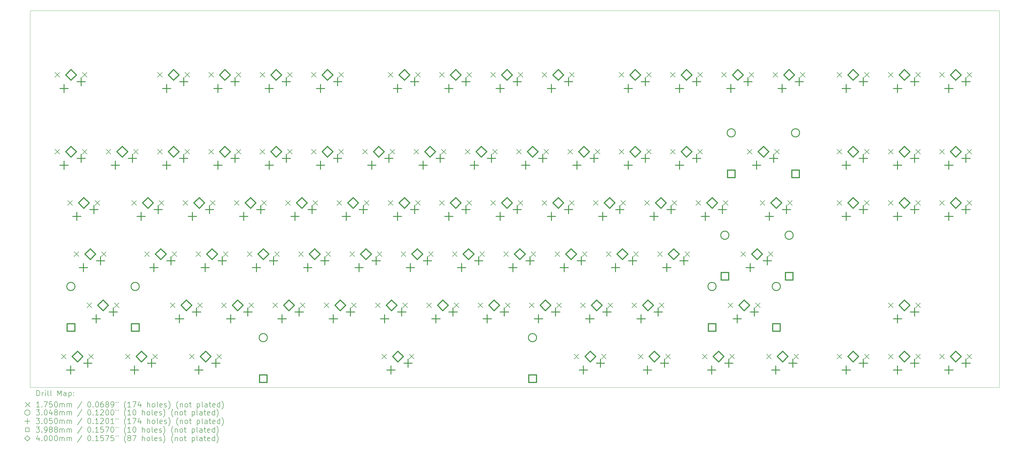
<source format=gbr>
%TF.GenerationSoftware,KiCad,Pcbnew,7.0.2*%
%TF.CreationDate,2023-11-07T01:18:50+01:00*%
%TF.ProjectId,TKLTheSecond,544b4c54-6865-4536-9563-6f6e642e6b69,rev?*%
%TF.SameCoordinates,Original*%
%TF.FileFunction,Drillmap*%
%TF.FilePolarity,Positive*%
%FSLAX45Y45*%
G04 Gerber Fmt 4.5, Leading zero omitted, Abs format (unit mm)*
G04 Created by KiCad (PCBNEW 7.0.2) date 2023-11-07 01:18:50*
%MOMM*%
%LPD*%
G01*
G04 APERTURE LIST*
%ADD10C,0.100000*%
%ADD11C,0.200000*%
%ADD12C,0.175000*%
%ADD13C,0.304800*%
%ADD14C,0.305000*%
%ADD15C,0.398780*%
%ADD16C,0.400000*%
G04 APERTURE END LIST*
D10*
X3031200Y-3810000D02*
X39031200Y-3810000D01*
X39031200Y-17818000D01*
X3031200Y-17818000D01*
X3031200Y-3810000D01*
D11*
D12*
X3950283Y-8961254D02*
X4125283Y-9136254D01*
X4125283Y-8961254D02*
X3950283Y-9136254D01*
X3950285Y-6103755D02*
X4125285Y-6278755D01*
X4125285Y-6103755D02*
X3950285Y-6278755D01*
X4190390Y-16581244D02*
X4365391Y-16756244D01*
X4365391Y-16581244D02*
X4190390Y-16756244D01*
X4426533Y-10866254D02*
X4601533Y-11041254D01*
X4601533Y-10866254D02*
X4426533Y-11041254D01*
X4664658Y-12771254D02*
X4839658Y-12946254D01*
X4839658Y-12771254D02*
X4664658Y-12946254D01*
X4966283Y-8961254D02*
X5141283Y-9136254D01*
X5141283Y-8961254D02*
X4966283Y-9136254D01*
X4966285Y-6103755D02*
X5141285Y-6278755D01*
X5141285Y-6103755D02*
X4966285Y-6278755D01*
X5140908Y-14676254D02*
X5315908Y-14851254D01*
X5315908Y-14676254D02*
X5140908Y-14851254D01*
X5206391Y-16581244D02*
X5381391Y-16756244D01*
X5381391Y-16581244D02*
X5206391Y-16756244D01*
X5442533Y-10866254D02*
X5617533Y-11041254D01*
X5617533Y-10866254D02*
X5442533Y-11041254D01*
X5680658Y-12771254D02*
X5855658Y-12946254D01*
X5855658Y-12771254D02*
X5680658Y-12946254D01*
X5853294Y-8961250D02*
X6028294Y-9136250D01*
X6028294Y-8961250D02*
X5853294Y-9136250D01*
X6156908Y-14676254D02*
X6331908Y-14851254D01*
X6331908Y-14676254D02*
X6156908Y-14851254D01*
X6567669Y-16581244D02*
X6742669Y-16756244D01*
X6742669Y-16581244D02*
X6567669Y-16756244D01*
X6807787Y-10866259D02*
X6982787Y-11041259D01*
X6982787Y-10866259D02*
X6807787Y-11041259D01*
X6869294Y-8961250D02*
X7044294Y-9136250D01*
X7044294Y-8961250D02*
X6869294Y-9136250D01*
X7284038Y-12771261D02*
X7459038Y-12946261D01*
X7459038Y-12771261D02*
X7284038Y-12946261D01*
X7583669Y-16581244D02*
X7758669Y-16756244D01*
X7758669Y-16581244D02*
X7583669Y-16756244D01*
X7760288Y-6103755D02*
X7935288Y-6278755D01*
X7935288Y-6103755D02*
X7760288Y-6278755D01*
X7760288Y-8961258D02*
X7935288Y-9136258D01*
X7935288Y-8961258D02*
X7760288Y-9136258D01*
X7823787Y-10866259D02*
X7998787Y-11041259D01*
X7998787Y-10866259D02*
X7823787Y-11041259D01*
X8236538Y-14676262D02*
X8411539Y-14851262D01*
X8411539Y-14676262D02*
X8236538Y-14851262D01*
X8300038Y-12771261D02*
X8475038Y-12946261D01*
X8475038Y-12771261D02*
X8300038Y-12946261D01*
X8712789Y-10866259D02*
X8887789Y-11041259D01*
X8887789Y-10866259D02*
X8712789Y-11041259D01*
X8776288Y-6103755D02*
X8951288Y-6278755D01*
X8951288Y-6103755D02*
X8776288Y-6278755D01*
X8776288Y-8961258D02*
X8951288Y-9136258D01*
X8951288Y-8961258D02*
X8776288Y-9136258D01*
X8948917Y-16581244D02*
X9123917Y-16756244D01*
X9123917Y-16581244D02*
X8948917Y-16756244D01*
X9189039Y-12771261D02*
X9364039Y-12946261D01*
X9364039Y-12771261D02*
X9189039Y-12946261D01*
X9252539Y-14676262D02*
X9427539Y-14851262D01*
X9427539Y-14676262D02*
X9252539Y-14851262D01*
X9665290Y-6103755D02*
X9840290Y-6278755D01*
X9840290Y-6103755D02*
X9665290Y-6278755D01*
X9665290Y-8961258D02*
X9840290Y-9136258D01*
X9840290Y-8961258D02*
X9665290Y-9136258D01*
X9728789Y-10866259D02*
X9903789Y-11041259D01*
X9903789Y-10866259D02*
X9728789Y-11041259D01*
X9964917Y-16581244D02*
X10139917Y-16756244D01*
X10139917Y-16581244D02*
X9964917Y-16756244D01*
X10141540Y-14676262D02*
X10316540Y-14851262D01*
X10316540Y-14676262D02*
X10141540Y-14851262D01*
X10205039Y-12771261D02*
X10380039Y-12946261D01*
X10380039Y-12771261D02*
X10205039Y-12946261D01*
X10617791Y-10866259D02*
X10792791Y-11041259D01*
X10792791Y-10866259D02*
X10617791Y-11041259D01*
X10681290Y-6103755D02*
X10856290Y-6278755D01*
X10856290Y-6103755D02*
X10681290Y-6278755D01*
X10681290Y-8961258D02*
X10856290Y-9136258D01*
X10856290Y-8961258D02*
X10681290Y-9136258D01*
X11094041Y-12771261D02*
X11269041Y-12946261D01*
X11269041Y-12771261D02*
X11094041Y-12946261D01*
X11157540Y-14676262D02*
X11332540Y-14851262D01*
X11332540Y-14676262D02*
X11157540Y-14851262D01*
X11570291Y-6103755D02*
X11745291Y-6278755D01*
X11745291Y-6103755D02*
X11570291Y-6278755D01*
X11570291Y-8961258D02*
X11745291Y-9136258D01*
X11745291Y-8961258D02*
X11570291Y-9136258D01*
X11633790Y-10866259D02*
X11808790Y-11041259D01*
X11808790Y-10866259D02*
X11633790Y-11041259D01*
X12046542Y-14676262D02*
X12221542Y-14851262D01*
X12221542Y-14676262D02*
X12046542Y-14851262D01*
X12110041Y-12771261D02*
X12285041Y-12946261D01*
X12285041Y-12771261D02*
X12110041Y-12946261D01*
X12522792Y-10866259D02*
X12697792Y-11041259D01*
X12697792Y-10866259D02*
X12522792Y-11041259D01*
X12586291Y-6103755D02*
X12761291Y-6278755D01*
X12761291Y-6103755D02*
X12586291Y-6278755D01*
X12586291Y-8961258D02*
X12761291Y-9136258D01*
X12761291Y-8961258D02*
X12586291Y-9136258D01*
X12999042Y-12771261D02*
X13174042Y-12946261D01*
X13174042Y-12771261D02*
X12999042Y-12946261D01*
X13062542Y-14676262D02*
X13237542Y-14851262D01*
X13237542Y-14676262D02*
X13062542Y-14851262D01*
X13475293Y-6103755D02*
X13650293Y-6278755D01*
X13650293Y-6103755D02*
X13475293Y-6278755D01*
X13475293Y-8961258D02*
X13650293Y-9136258D01*
X13650293Y-8961258D02*
X13475293Y-9136258D01*
X13538792Y-10866259D02*
X13713792Y-11041259D01*
X13713792Y-10866259D02*
X13538792Y-11041259D01*
X13951543Y-14676262D02*
X14126543Y-14851262D01*
X14126543Y-14676262D02*
X13951543Y-14851262D01*
X14015042Y-12771261D02*
X14190042Y-12946261D01*
X14190042Y-12771261D02*
X14015042Y-12946261D01*
X14427794Y-10866259D02*
X14602794Y-11041259D01*
X14602794Y-10866259D02*
X14427794Y-11041259D01*
X14491293Y-6103755D02*
X14666293Y-6278755D01*
X14666293Y-6103755D02*
X14491293Y-6278755D01*
X14491293Y-8961258D02*
X14666293Y-9136258D01*
X14666293Y-8961258D02*
X14491293Y-9136258D01*
X14904044Y-12771261D02*
X15079044Y-12946261D01*
X15079044Y-12771261D02*
X14904044Y-12946261D01*
X14967543Y-14676262D02*
X15142543Y-14851262D01*
X15142543Y-14676262D02*
X14967543Y-14851262D01*
X15380294Y-8961258D02*
X15555294Y-9136258D01*
X15555294Y-8961258D02*
X15380294Y-9136258D01*
X15443794Y-10866259D02*
X15618794Y-11041259D01*
X15618794Y-10866259D02*
X15443794Y-11041259D01*
X15856545Y-14676262D02*
X16031545Y-14851262D01*
X16031545Y-14676262D02*
X15856545Y-14851262D01*
X15920044Y-12771261D02*
X16095044Y-12946261D01*
X16095044Y-12771261D02*
X15920044Y-12946261D01*
X16092661Y-16581244D02*
X16267661Y-16756244D01*
X16267661Y-16581244D02*
X16092661Y-16756244D01*
X16332795Y-6103755D02*
X16507795Y-6278755D01*
X16507795Y-6103755D02*
X16332795Y-6278755D01*
X16332795Y-10866259D02*
X16507795Y-11041259D01*
X16507795Y-10866259D02*
X16332795Y-11041259D01*
X16396294Y-8961258D02*
X16571294Y-9136258D01*
X16571294Y-8961258D02*
X16396294Y-9136258D01*
X16809046Y-12771261D02*
X16984046Y-12946261D01*
X16984046Y-12771261D02*
X16809046Y-12946261D01*
X16872545Y-14676262D02*
X17047545Y-14851262D01*
X17047545Y-14676262D02*
X16872545Y-14851262D01*
X17108661Y-16581244D02*
X17283661Y-16756244D01*
X17283661Y-16581244D02*
X17108661Y-16756244D01*
X17285296Y-8961258D02*
X17460296Y-9136258D01*
X17460296Y-8961258D02*
X17285296Y-9136258D01*
X17348795Y-6103755D02*
X17523795Y-6278755D01*
X17523795Y-6103755D02*
X17348795Y-6278755D01*
X17348795Y-10866259D02*
X17523795Y-11041259D01*
X17523795Y-10866259D02*
X17348795Y-11041259D01*
X17761547Y-14676262D02*
X17936547Y-14851262D01*
X17936547Y-14676262D02*
X17761547Y-14851262D01*
X17825046Y-12771261D02*
X18000046Y-12946261D01*
X18000046Y-12771261D02*
X17825046Y-12946261D01*
X18237797Y-6103755D02*
X18412797Y-6278755D01*
X18412797Y-6103755D02*
X18237797Y-6278755D01*
X18237797Y-10866259D02*
X18412797Y-11041259D01*
X18412797Y-10866259D02*
X18237797Y-11041259D01*
X18301296Y-8961258D02*
X18476296Y-9136258D01*
X18476296Y-8961258D02*
X18301296Y-9136258D01*
X18714047Y-12771261D02*
X18889047Y-12946261D01*
X18889047Y-12771261D02*
X18714047Y-12946261D01*
X18777547Y-14676262D02*
X18952547Y-14851262D01*
X18952547Y-14676262D02*
X18777547Y-14851262D01*
X19190298Y-8961258D02*
X19365298Y-9136258D01*
X19365298Y-8961258D02*
X19190298Y-9136258D01*
X19253797Y-6103755D02*
X19428797Y-6278755D01*
X19428797Y-6103755D02*
X19253797Y-6278755D01*
X19253797Y-10866259D02*
X19428797Y-11041259D01*
X19428797Y-10866259D02*
X19253797Y-11041259D01*
X19666548Y-14676262D02*
X19841548Y-14851262D01*
X19841548Y-14676262D02*
X19666548Y-14851262D01*
X19730047Y-12771261D02*
X19905047Y-12946261D01*
X19905047Y-12771261D02*
X19730047Y-12946261D01*
X20142799Y-6103755D02*
X20317799Y-6278755D01*
X20317799Y-6103755D02*
X20142799Y-6278755D01*
X20142799Y-10866259D02*
X20317799Y-11041259D01*
X20317799Y-10866259D02*
X20142799Y-11041259D01*
X20206298Y-8961258D02*
X20381298Y-9136258D01*
X20381298Y-8961258D02*
X20206298Y-9136258D01*
X20619049Y-12771261D02*
X20794049Y-12946261D01*
X20794049Y-12771261D02*
X20619049Y-12946261D01*
X20682548Y-14676262D02*
X20857548Y-14851262D01*
X20857548Y-14676262D02*
X20682548Y-14851262D01*
X21095299Y-8961258D02*
X21270299Y-9136258D01*
X21270299Y-8961258D02*
X21095299Y-9136258D01*
X21158799Y-6103755D02*
X21333799Y-6278755D01*
X21333799Y-6103755D02*
X21158799Y-6278755D01*
X21158799Y-10866259D02*
X21333799Y-11041259D01*
X21333799Y-10866259D02*
X21158799Y-11041259D01*
X21571550Y-14676262D02*
X21746550Y-14851262D01*
X21746550Y-14676262D02*
X21571550Y-14851262D01*
X21635049Y-12771261D02*
X21810049Y-12946261D01*
X21810049Y-12771261D02*
X21635049Y-12946261D01*
X22047800Y-6103755D02*
X22222800Y-6278755D01*
X22222800Y-6103755D02*
X22047800Y-6278755D01*
X22047800Y-10866259D02*
X22222800Y-11041259D01*
X22222800Y-10866259D02*
X22047800Y-11041259D01*
X22111299Y-8961258D02*
X22286299Y-9136258D01*
X22286299Y-8961258D02*
X22111299Y-9136258D01*
X22524050Y-12771261D02*
X22699050Y-12946261D01*
X22699050Y-12771261D02*
X22524050Y-12946261D01*
X22587550Y-14676262D02*
X22762550Y-14851262D01*
X22762550Y-14676262D02*
X22587550Y-14851262D01*
X23000301Y-8961258D02*
X23175301Y-9136258D01*
X23175301Y-8961258D02*
X23000301Y-9136258D01*
X23063800Y-6103755D02*
X23238800Y-6278755D01*
X23238800Y-6103755D02*
X23063800Y-6278755D01*
X23063800Y-10866259D02*
X23238800Y-11041259D01*
X23238800Y-10866259D02*
X23063800Y-11041259D01*
X23236405Y-16581244D02*
X23411405Y-16756244D01*
X23411405Y-16581244D02*
X23236405Y-16756244D01*
X23476551Y-14676262D02*
X23651551Y-14851262D01*
X23651551Y-14676262D02*
X23476551Y-14851262D01*
X23540050Y-12771261D02*
X23715050Y-12946261D01*
X23715050Y-12771261D02*
X23540050Y-12946261D01*
X23952802Y-10866259D02*
X24127802Y-11041259D01*
X24127802Y-10866259D02*
X23952802Y-11041259D01*
X24016301Y-8961258D02*
X24191301Y-9136258D01*
X24191301Y-8961258D02*
X24016301Y-9136258D01*
X24252405Y-16581244D02*
X24427405Y-16756244D01*
X24427405Y-16581244D02*
X24252405Y-16756244D01*
X24429052Y-12771261D02*
X24604052Y-12946261D01*
X24604052Y-12771261D02*
X24429052Y-12946261D01*
X24492551Y-14676262D02*
X24667551Y-14851262D01*
X24667551Y-14676262D02*
X24492551Y-14851262D01*
X24905302Y-6103755D02*
X25080302Y-6278755D01*
X25080302Y-6103755D02*
X24905302Y-6278755D01*
X24905302Y-8961258D02*
X25080302Y-9136258D01*
X25080302Y-8961258D02*
X24905302Y-9136258D01*
X24968802Y-10866259D02*
X25143802Y-11041259D01*
X25143802Y-10866259D02*
X24968802Y-11041259D01*
X25381553Y-14676262D02*
X25556553Y-14851262D01*
X25556553Y-14676262D02*
X25381553Y-14851262D01*
X25445052Y-12771261D02*
X25620052Y-12946261D01*
X25620052Y-12771261D02*
X25445052Y-12946261D01*
X25617653Y-16581244D02*
X25792653Y-16756244D01*
X25792653Y-16581244D02*
X25617653Y-16756244D01*
X25857803Y-10866259D02*
X26032803Y-11041259D01*
X26032803Y-10866259D02*
X25857803Y-11041259D01*
X25921302Y-6103755D02*
X26096302Y-6278755D01*
X26096302Y-6103755D02*
X25921302Y-6278755D01*
X25921302Y-8961258D02*
X26096302Y-9136258D01*
X26096302Y-8961258D02*
X25921302Y-9136258D01*
X26334054Y-12771261D02*
X26509054Y-12946261D01*
X26509054Y-12771261D02*
X26334054Y-12946261D01*
X26397553Y-14676262D02*
X26572553Y-14851262D01*
X26572553Y-14676262D02*
X26397553Y-14851262D01*
X26633653Y-16581244D02*
X26808653Y-16756244D01*
X26808653Y-16581244D02*
X26633653Y-16756244D01*
X26810304Y-6103755D02*
X26985304Y-6278755D01*
X26985304Y-6103755D02*
X26810304Y-6278755D01*
X26810304Y-8961258D02*
X26985304Y-9136258D01*
X26985304Y-8961258D02*
X26810304Y-9136258D01*
X26873803Y-10866259D02*
X27048803Y-11041259D01*
X27048803Y-10866259D02*
X26873803Y-11041259D01*
X27350054Y-12771261D02*
X27525054Y-12946261D01*
X27525054Y-12771261D02*
X27350054Y-12946261D01*
X27762805Y-10866259D02*
X27937805Y-11041259D01*
X27937805Y-10866259D02*
X27762805Y-11041259D01*
X27826304Y-6103755D02*
X28001304Y-6278755D01*
X28001304Y-6103755D02*
X27826304Y-6278755D01*
X27826304Y-8961258D02*
X28001304Y-9136258D01*
X28001304Y-8961258D02*
X27826304Y-9136258D01*
X27998901Y-16581244D02*
X28173901Y-16756244D01*
X28173901Y-16581244D02*
X27998901Y-16756244D01*
X28715306Y-6103755D02*
X28890306Y-6278755D01*
X28890306Y-6103755D02*
X28715306Y-6278755D01*
X28778805Y-10866259D02*
X28953805Y-11041259D01*
X28953805Y-10866259D02*
X28778805Y-11041259D01*
X28953431Y-14676262D02*
X29128431Y-14851262D01*
X29128431Y-14676262D02*
X28953431Y-14851262D01*
X29014901Y-16581244D02*
X29189901Y-16756244D01*
X29189901Y-16581244D02*
X29014901Y-16756244D01*
X29429681Y-12771261D02*
X29604681Y-12946261D01*
X29604681Y-12771261D02*
X29429681Y-12946261D01*
X29667806Y-8961258D02*
X29842806Y-9136258D01*
X29842806Y-8961258D02*
X29667806Y-9136258D01*
X29731306Y-6103755D02*
X29906306Y-6278755D01*
X29906306Y-6103755D02*
X29731306Y-6278755D01*
X29969431Y-14676262D02*
X30144431Y-14851262D01*
X30144431Y-14676262D02*
X29969431Y-14851262D01*
X30144057Y-10866259D02*
X30319057Y-11041259D01*
X30319057Y-10866259D02*
X30144057Y-11041259D01*
X30380149Y-16581244D02*
X30555149Y-16756244D01*
X30555149Y-16581244D02*
X30380149Y-16756244D01*
X30445681Y-12771261D02*
X30620681Y-12946261D01*
X30620681Y-12771261D02*
X30445681Y-12946261D01*
X30620307Y-6103755D02*
X30795307Y-6278755D01*
X30795307Y-6103755D02*
X30620307Y-6278755D01*
X30683806Y-8961258D02*
X30858806Y-9136258D01*
X30858806Y-8961258D02*
X30683806Y-9136258D01*
X31160057Y-10866259D02*
X31335057Y-11041259D01*
X31335057Y-10866259D02*
X31160057Y-11041259D01*
X31396149Y-16581244D02*
X31571149Y-16756244D01*
X31571149Y-16581244D02*
X31396149Y-16756244D01*
X31636307Y-6103755D02*
X31811307Y-6278755D01*
X31811307Y-6103755D02*
X31636307Y-6278755D01*
X33001559Y-6103755D02*
X33176559Y-6278755D01*
X33176559Y-6103755D02*
X33001559Y-6278755D01*
X33001559Y-8961258D02*
X33176559Y-9136258D01*
X33176559Y-8961258D02*
X33001559Y-9136258D01*
X33001559Y-10866259D02*
X33176559Y-11041259D01*
X33176559Y-10866259D02*
X33001559Y-11041259D01*
X33001559Y-16581264D02*
X33176559Y-16756264D01*
X33176559Y-16581264D02*
X33001559Y-16756264D01*
X34017559Y-6103755D02*
X34192559Y-6278755D01*
X34192559Y-6103755D02*
X34017559Y-6278755D01*
X34017559Y-8961258D02*
X34192559Y-9136258D01*
X34192559Y-8961258D02*
X34017559Y-9136258D01*
X34017559Y-10866259D02*
X34192559Y-11041259D01*
X34192559Y-10866259D02*
X34017559Y-11041259D01*
X34017559Y-16581264D02*
X34192559Y-16756264D01*
X34192559Y-16581264D02*
X34017559Y-16756264D01*
X34906561Y-6103755D02*
X35081561Y-6278755D01*
X35081561Y-6103755D02*
X34906561Y-6278755D01*
X34906561Y-8961258D02*
X35081561Y-9136258D01*
X35081561Y-8961258D02*
X34906561Y-9136258D01*
X34906561Y-10866259D02*
X35081561Y-11041259D01*
X35081561Y-10866259D02*
X34906561Y-11041259D01*
X34906561Y-14676262D02*
X35081561Y-14851262D01*
X35081561Y-14676262D02*
X34906561Y-14851262D01*
X34906561Y-16581264D02*
X35081561Y-16756264D01*
X35081561Y-16581264D02*
X34906561Y-16756264D01*
X35922561Y-6103755D02*
X36097561Y-6278755D01*
X36097561Y-6103755D02*
X35922561Y-6278755D01*
X35922561Y-8961258D02*
X36097561Y-9136258D01*
X36097561Y-8961258D02*
X35922561Y-9136258D01*
X35922561Y-10866259D02*
X36097561Y-11041259D01*
X36097561Y-10866259D02*
X35922561Y-11041259D01*
X35922561Y-14676262D02*
X36097561Y-14851262D01*
X36097561Y-14676262D02*
X35922561Y-14851262D01*
X35922561Y-16581264D02*
X36097561Y-16756264D01*
X36097561Y-16581264D02*
X35922561Y-16756264D01*
X36811563Y-6103755D02*
X36986563Y-6278755D01*
X36986563Y-6103755D02*
X36811563Y-6278755D01*
X36811563Y-8961258D02*
X36986563Y-9136258D01*
X36986563Y-8961258D02*
X36811563Y-9136258D01*
X36811563Y-10866259D02*
X36986563Y-11041259D01*
X36986563Y-10866259D02*
X36811563Y-11041259D01*
X36811563Y-16581264D02*
X36986563Y-16756264D01*
X36986563Y-16581264D02*
X36811563Y-16756264D01*
X37827563Y-6103755D02*
X38002563Y-6278755D01*
X38002563Y-6103755D02*
X37827563Y-6278755D01*
X37827563Y-8961258D02*
X38002563Y-9136258D01*
X38002563Y-8961258D02*
X37827563Y-9136258D01*
X37827563Y-10866259D02*
X38002563Y-11041259D01*
X38002563Y-10866259D02*
X37827563Y-11041259D01*
X37827563Y-16581264D02*
X38002563Y-16756264D01*
X38002563Y-16581264D02*
X37827563Y-16756264D01*
D13*
X4695008Y-14065254D02*
G75*
G03*
X4695008Y-14065254I-152400J0D01*
G01*
X7082608Y-14065254D02*
G75*
G03*
X7082608Y-14065254I-152400J0D01*
G01*
X11840561Y-15970244D02*
G75*
G03*
X11840561Y-15970244I-152400J0D01*
G01*
X21840561Y-15970244D02*
G75*
G03*
X21840561Y-15970244I-152400J0D01*
G01*
X28507531Y-14065262D02*
G75*
G03*
X28507531Y-14065262I-152400J0D01*
G01*
X28983781Y-12160261D02*
G75*
G03*
X28983781Y-12160261I-152400J0D01*
G01*
X29221906Y-8350258D02*
G75*
G03*
X29221906Y-8350258I-152400J0D01*
G01*
X30895131Y-14065262D02*
G75*
G03*
X30895131Y-14065262I-152400J0D01*
G01*
X31371381Y-12160261D02*
G75*
G03*
X31371381Y-12160261I-152400J0D01*
G01*
X31609506Y-8350258D02*
G75*
G03*
X31609506Y-8350258I-152400J0D01*
G01*
D14*
X4291783Y-9404254D02*
X4291783Y-9709254D01*
X4139283Y-9556754D02*
X4444283Y-9556754D01*
X4291785Y-6546755D02*
X4291785Y-6851755D01*
X4139285Y-6699255D02*
X4444285Y-6699255D01*
X4531891Y-17024244D02*
X4531891Y-17329244D01*
X4379391Y-17176744D02*
X4684391Y-17176744D01*
X4768033Y-11309254D02*
X4768033Y-11614254D01*
X4615533Y-11461754D02*
X4920533Y-11461754D01*
X4926783Y-9150254D02*
X4926783Y-9455254D01*
X4774283Y-9302754D02*
X5079283Y-9302754D01*
X4926785Y-6292755D02*
X4926785Y-6597755D01*
X4774285Y-6445255D02*
X5079285Y-6445255D01*
X5006158Y-13214254D02*
X5006158Y-13519254D01*
X4853658Y-13366754D02*
X5158658Y-13366754D01*
X5166891Y-16770244D02*
X5166891Y-17075244D01*
X5014391Y-16922744D02*
X5319391Y-16922744D01*
X5403033Y-11055254D02*
X5403033Y-11360254D01*
X5250533Y-11207754D02*
X5555533Y-11207754D01*
X5482408Y-15119254D02*
X5482408Y-15424254D01*
X5329908Y-15271754D02*
X5634908Y-15271754D01*
X5641158Y-12960254D02*
X5641158Y-13265254D01*
X5488658Y-13112754D02*
X5793658Y-13112754D01*
X6117408Y-14865254D02*
X6117408Y-15170254D01*
X5964908Y-15017754D02*
X6269908Y-15017754D01*
X6194794Y-9404250D02*
X6194794Y-9709250D01*
X6042294Y-9556750D02*
X6347294Y-9556750D01*
X6829794Y-9150250D02*
X6829794Y-9455250D01*
X6677294Y-9302750D02*
X6982294Y-9302750D01*
X6909169Y-17024244D02*
X6909169Y-17329244D01*
X6756669Y-17176744D02*
X7061669Y-17176744D01*
X7149287Y-11309259D02*
X7149287Y-11614259D01*
X6996787Y-11461759D02*
X7301787Y-11461759D01*
X7544169Y-16770244D02*
X7544169Y-17075244D01*
X7391669Y-16922744D02*
X7696669Y-16922744D01*
X7625538Y-13214261D02*
X7625538Y-13519261D01*
X7473038Y-13366761D02*
X7778038Y-13366761D01*
X7784287Y-11055259D02*
X7784287Y-11360259D01*
X7631787Y-11207759D02*
X7936787Y-11207759D01*
X8101788Y-6546755D02*
X8101788Y-6851755D01*
X7949288Y-6699255D02*
X8254288Y-6699255D01*
X8101788Y-9404258D02*
X8101788Y-9709258D01*
X7949288Y-9556758D02*
X8254288Y-9556758D01*
X8260538Y-12960261D02*
X8260538Y-13265261D01*
X8108038Y-13112761D02*
X8413038Y-13112761D01*
X8578039Y-15119262D02*
X8578039Y-15424262D01*
X8425539Y-15271762D02*
X8730539Y-15271762D01*
X8736788Y-6292755D02*
X8736788Y-6597755D01*
X8584288Y-6445255D02*
X8889288Y-6445255D01*
X8736788Y-9150258D02*
X8736788Y-9455258D01*
X8584288Y-9302758D02*
X8889288Y-9302758D01*
X9054289Y-11309259D02*
X9054289Y-11614259D01*
X8901789Y-11461759D02*
X9206789Y-11461759D01*
X9213039Y-14865262D02*
X9213039Y-15170262D01*
X9060539Y-15017762D02*
X9365539Y-15017762D01*
X9290417Y-17024244D02*
X9290417Y-17329244D01*
X9137917Y-17176744D02*
X9442917Y-17176744D01*
X9530539Y-13214261D02*
X9530539Y-13519261D01*
X9378039Y-13366761D02*
X9683039Y-13366761D01*
X9689289Y-11055259D02*
X9689289Y-11360259D01*
X9536789Y-11207759D02*
X9841789Y-11207759D01*
X9925417Y-16770244D02*
X9925417Y-17075244D01*
X9772917Y-16922744D02*
X10077917Y-16922744D01*
X10006790Y-6546755D02*
X10006790Y-6851755D01*
X9854290Y-6699255D02*
X10159290Y-6699255D01*
X10006790Y-9404258D02*
X10006790Y-9709258D01*
X9854290Y-9556758D02*
X10159290Y-9556758D01*
X10165539Y-12960261D02*
X10165539Y-13265261D01*
X10013039Y-13112761D02*
X10318039Y-13112761D01*
X10483040Y-15119262D02*
X10483040Y-15424262D01*
X10330540Y-15271762D02*
X10635540Y-15271762D01*
X10641790Y-6292755D02*
X10641790Y-6597755D01*
X10489290Y-6445255D02*
X10794290Y-6445255D01*
X10641790Y-9150258D02*
X10641790Y-9455258D01*
X10489290Y-9302758D02*
X10794290Y-9302758D01*
X10959291Y-11309259D02*
X10959291Y-11614259D01*
X10806791Y-11461759D02*
X11111791Y-11461759D01*
X11118040Y-14865262D02*
X11118040Y-15170262D01*
X10965540Y-15017762D02*
X11270540Y-15017762D01*
X11435541Y-13214261D02*
X11435541Y-13519261D01*
X11283041Y-13366761D02*
X11588041Y-13366761D01*
X11594290Y-11055259D02*
X11594290Y-11360259D01*
X11441790Y-11207759D02*
X11746790Y-11207759D01*
X11911791Y-6546755D02*
X11911791Y-6851755D01*
X11759291Y-6699255D02*
X12064291Y-6699255D01*
X11911791Y-9404258D02*
X11911791Y-9709258D01*
X11759291Y-9556758D02*
X12064291Y-9556758D01*
X12070541Y-12960261D02*
X12070541Y-13265261D01*
X11918041Y-13112761D02*
X12223041Y-13112761D01*
X12388042Y-15119262D02*
X12388042Y-15424262D01*
X12235542Y-15271762D02*
X12540542Y-15271762D01*
X12546791Y-6292755D02*
X12546791Y-6597755D01*
X12394291Y-6445255D02*
X12699291Y-6445255D01*
X12546791Y-9150258D02*
X12546791Y-9455258D01*
X12394291Y-9302758D02*
X12699291Y-9302758D01*
X12864292Y-11309259D02*
X12864292Y-11614259D01*
X12711792Y-11461759D02*
X13016792Y-11461759D01*
X13023042Y-14865262D02*
X13023042Y-15170262D01*
X12870542Y-15017762D02*
X13175542Y-15017762D01*
X13340542Y-13214261D02*
X13340542Y-13519261D01*
X13188042Y-13366761D02*
X13493042Y-13366761D01*
X13499292Y-11055259D02*
X13499292Y-11360259D01*
X13346792Y-11207759D02*
X13651792Y-11207759D01*
X13816793Y-6546755D02*
X13816793Y-6851755D01*
X13664293Y-6699255D02*
X13969293Y-6699255D01*
X13816793Y-9404258D02*
X13816793Y-9709258D01*
X13664293Y-9556758D02*
X13969293Y-9556758D01*
X13975542Y-12960261D02*
X13975542Y-13265261D01*
X13823042Y-13112761D02*
X14128042Y-13112761D01*
X14293043Y-15119262D02*
X14293043Y-15424262D01*
X14140543Y-15271762D02*
X14445543Y-15271762D01*
X14451793Y-6292755D02*
X14451793Y-6597755D01*
X14299293Y-6445255D02*
X14604293Y-6445255D01*
X14451793Y-9150258D02*
X14451793Y-9455258D01*
X14299293Y-9302758D02*
X14604293Y-9302758D01*
X14769294Y-11309259D02*
X14769294Y-11614259D01*
X14616794Y-11461759D02*
X14921794Y-11461759D01*
X14928043Y-14865262D02*
X14928043Y-15170262D01*
X14775543Y-15017762D02*
X15080543Y-15017762D01*
X15245544Y-13214261D02*
X15245544Y-13519261D01*
X15093044Y-13366761D02*
X15398044Y-13366761D01*
X15404294Y-11055259D02*
X15404294Y-11360259D01*
X15251794Y-11207759D02*
X15556794Y-11207759D01*
X15721794Y-9404258D02*
X15721794Y-9709258D01*
X15569294Y-9556758D02*
X15874294Y-9556758D01*
X15880544Y-12960261D02*
X15880544Y-13265261D01*
X15728044Y-13112761D02*
X16033044Y-13112761D01*
X16198045Y-15119262D02*
X16198045Y-15424262D01*
X16045545Y-15271762D02*
X16350545Y-15271762D01*
X16356794Y-9150258D02*
X16356794Y-9455258D01*
X16204294Y-9302758D02*
X16509294Y-9302758D01*
X16434161Y-17024244D02*
X16434161Y-17329244D01*
X16281661Y-17176744D02*
X16586661Y-17176744D01*
X16674295Y-6546755D02*
X16674295Y-6851755D01*
X16521795Y-6699255D02*
X16826795Y-6699255D01*
X16674295Y-11309259D02*
X16674295Y-11614259D01*
X16521795Y-11461759D02*
X16826795Y-11461759D01*
X16833045Y-14865262D02*
X16833045Y-15170262D01*
X16680545Y-15017762D02*
X16985545Y-15017762D01*
X17069161Y-16770244D02*
X17069161Y-17075244D01*
X16916661Y-16922744D02*
X17221661Y-16922744D01*
X17150546Y-13214261D02*
X17150546Y-13519261D01*
X16998046Y-13366761D02*
X17303046Y-13366761D01*
X17309295Y-6292755D02*
X17309295Y-6597755D01*
X17156795Y-6445255D02*
X17461795Y-6445255D01*
X17309295Y-11055259D02*
X17309295Y-11360259D01*
X17156795Y-11207759D02*
X17461795Y-11207759D01*
X17626796Y-9404258D02*
X17626796Y-9709258D01*
X17474296Y-9556758D02*
X17779296Y-9556758D01*
X17785546Y-12960261D02*
X17785546Y-13265261D01*
X17633046Y-13112761D02*
X17938046Y-13112761D01*
X18103047Y-15119262D02*
X18103047Y-15424262D01*
X17950547Y-15271762D02*
X18255547Y-15271762D01*
X18261796Y-9150258D02*
X18261796Y-9455258D01*
X18109296Y-9302758D02*
X18414296Y-9302758D01*
X18579297Y-6546755D02*
X18579297Y-6851755D01*
X18426797Y-6699255D02*
X18731797Y-6699255D01*
X18579297Y-11309259D02*
X18579297Y-11614259D01*
X18426797Y-11461759D02*
X18731797Y-11461759D01*
X18738047Y-14865262D02*
X18738047Y-15170262D01*
X18585547Y-15017762D02*
X18890547Y-15017762D01*
X19055547Y-13214261D02*
X19055547Y-13519261D01*
X18903047Y-13366761D02*
X19208047Y-13366761D01*
X19214297Y-6292755D02*
X19214297Y-6597755D01*
X19061797Y-6445255D02*
X19366797Y-6445255D01*
X19214297Y-11055259D02*
X19214297Y-11360259D01*
X19061797Y-11207759D02*
X19366797Y-11207759D01*
X19531798Y-9404258D02*
X19531798Y-9709258D01*
X19379298Y-9556758D02*
X19684298Y-9556758D01*
X19690547Y-12960261D02*
X19690547Y-13265261D01*
X19538047Y-13112761D02*
X19843047Y-13112761D01*
X20008048Y-15119262D02*
X20008048Y-15424262D01*
X19855548Y-15271762D02*
X20160548Y-15271762D01*
X20166798Y-9150258D02*
X20166798Y-9455258D01*
X20014298Y-9302758D02*
X20319298Y-9302758D01*
X20484299Y-6546755D02*
X20484299Y-6851755D01*
X20331799Y-6699255D02*
X20636799Y-6699255D01*
X20484299Y-11309259D02*
X20484299Y-11614259D01*
X20331799Y-11461759D02*
X20636799Y-11461759D01*
X20643048Y-14865262D02*
X20643048Y-15170262D01*
X20490548Y-15017762D02*
X20795548Y-15017762D01*
X20960549Y-13214261D02*
X20960549Y-13519261D01*
X20808049Y-13366761D02*
X21113049Y-13366761D01*
X21119299Y-6292755D02*
X21119299Y-6597755D01*
X20966799Y-6445255D02*
X21271799Y-6445255D01*
X21119299Y-11055259D02*
X21119299Y-11360259D01*
X20966799Y-11207759D02*
X21271799Y-11207759D01*
X21436799Y-9404258D02*
X21436799Y-9709258D01*
X21284299Y-9556758D02*
X21589299Y-9556758D01*
X21595549Y-12960261D02*
X21595549Y-13265261D01*
X21443049Y-13112761D02*
X21748049Y-13112761D01*
X21913050Y-15119262D02*
X21913050Y-15424262D01*
X21760550Y-15271762D02*
X22065550Y-15271762D01*
X22071799Y-9150258D02*
X22071799Y-9455258D01*
X21919299Y-9302758D02*
X22224299Y-9302758D01*
X22389300Y-6546755D02*
X22389300Y-6851755D01*
X22236800Y-6699255D02*
X22541800Y-6699255D01*
X22389300Y-11309259D02*
X22389300Y-11614259D01*
X22236800Y-11461759D02*
X22541800Y-11461759D01*
X22548050Y-14865262D02*
X22548050Y-15170262D01*
X22395550Y-15017762D02*
X22700550Y-15017762D01*
X22865550Y-13214261D02*
X22865550Y-13519261D01*
X22713050Y-13366761D02*
X23018050Y-13366761D01*
X23024300Y-6292755D02*
X23024300Y-6597755D01*
X22871800Y-6445255D02*
X23176800Y-6445255D01*
X23024300Y-11055259D02*
X23024300Y-11360259D01*
X22871800Y-11207759D02*
X23176800Y-11207759D01*
X23341801Y-9404258D02*
X23341801Y-9709258D01*
X23189301Y-9556758D02*
X23494301Y-9556758D01*
X23500550Y-12960261D02*
X23500550Y-13265261D01*
X23348050Y-13112761D02*
X23653050Y-13112761D01*
X23577905Y-17024244D02*
X23577905Y-17329244D01*
X23425405Y-17176744D02*
X23730405Y-17176744D01*
X23818051Y-15119262D02*
X23818051Y-15424262D01*
X23665551Y-15271762D02*
X23970551Y-15271762D01*
X23976801Y-9150258D02*
X23976801Y-9455258D01*
X23824301Y-9302758D02*
X24129301Y-9302758D01*
X24212905Y-16770244D02*
X24212905Y-17075244D01*
X24060405Y-16922744D02*
X24365405Y-16922744D01*
X24294302Y-11309259D02*
X24294302Y-11614259D01*
X24141802Y-11461759D02*
X24446802Y-11461759D01*
X24453051Y-14865262D02*
X24453051Y-15170262D01*
X24300551Y-15017762D02*
X24605551Y-15017762D01*
X24770552Y-13214261D02*
X24770552Y-13519261D01*
X24618052Y-13366761D02*
X24923052Y-13366761D01*
X24929302Y-11055259D02*
X24929302Y-11360259D01*
X24776802Y-11207759D02*
X25081802Y-11207759D01*
X25246802Y-6546755D02*
X25246802Y-6851755D01*
X25094302Y-6699255D02*
X25399302Y-6699255D01*
X25246802Y-9404258D02*
X25246802Y-9709258D01*
X25094302Y-9556758D02*
X25399302Y-9556758D01*
X25405552Y-12960261D02*
X25405552Y-13265261D01*
X25253052Y-13112761D02*
X25558052Y-13112761D01*
X25723053Y-15119262D02*
X25723053Y-15424262D01*
X25570553Y-15271762D02*
X25875553Y-15271762D01*
X25881802Y-6292755D02*
X25881802Y-6597755D01*
X25729302Y-6445255D02*
X26034302Y-6445255D01*
X25881802Y-9150258D02*
X25881802Y-9455258D01*
X25729302Y-9302758D02*
X26034302Y-9302758D01*
X25959153Y-17024244D02*
X25959153Y-17329244D01*
X25806653Y-17176744D02*
X26111653Y-17176744D01*
X26199303Y-11309259D02*
X26199303Y-11614259D01*
X26046803Y-11461759D02*
X26351803Y-11461759D01*
X26358053Y-14865262D02*
X26358053Y-15170262D01*
X26205553Y-15017762D02*
X26510553Y-15017762D01*
X26594153Y-16770244D02*
X26594153Y-17075244D01*
X26441653Y-16922744D02*
X26746653Y-16922744D01*
X26675554Y-13214261D02*
X26675554Y-13519261D01*
X26523054Y-13366761D02*
X26828054Y-13366761D01*
X26834303Y-11055259D02*
X26834303Y-11360259D01*
X26681803Y-11207759D02*
X26986803Y-11207759D01*
X27151804Y-6546755D02*
X27151804Y-6851755D01*
X26999304Y-6699255D02*
X27304304Y-6699255D01*
X27151804Y-9404258D02*
X27151804Y-9709258D01*
X26999304Y-9556758D02*
X27304304Y-9556758D01*
X27310554Y-12960261D02*
X27310554Y-13265261D01*
X27158054Y-13112761D02*
X27463054Y-13112761D01*
X27786804Y-6292755D02*
X27786804Y-6597755D01*
X27634304Y-6445255D02*
X27939304Y-6445255D01*
X27786804Y-9150258D02*
X27786804Y-9455258D01*
X27634304Y-9302758D02*
X27939304Y-9302758D01*
X28104305Y-11309259D02*
X28104305Y-11614259D01*
X27951805Y-11461759D02*
X28256805Y-11461759D01*
X28340401Y-17024244D02*
X28340401Y-17329244D01*
X28187901Y-17176744D02*
X28492901Y-17176744D01*
X28739305Y-11055259D02*
X28739305Y-11360259D01*
X28586805Y-11207759D02*
X28891805Y-11207759D01*
X28975401Y-16770244D02*
X28975401Y-17075244D01*
X28822901Y-16922744D02*
X29127901Y-16922744D01*
X29056806Y-6546755D02*
X29056806Y-6851755D01*
X28904306Y-6699255D02*
X29209306Y-6699255D01*
X29294931Y-15119262D02*
X29294931Y-15424262D01*
X29142431Y-15271762D02*
X29447431Y-15271762D01*
X29691806Y-6292755D02*
X29691806Y-6597755D01*
X29539306Y-6445255D02*
X29844306Y-6445255D01*
X29771181Y-13214261D02*
X29771181Y-13519261D01*
X29618681Y-13366761D02*
X29923681Y-13366761D01*
X29929931Y-14865262D02*
X29929931Y-15170262D01*
X29777431Y-15017762D02*
X30082431Y-15017762D01*
X30009306Y-9404258D02*
X30009306Y-9709258D01*
X29856806Y-9556758D02*
X30161806Y-9556758D01*
X30406181Y-12960261D02*
X30406181Y-13265261D01*
X30253681Y-13112761D02*
X30558681Y-13112761D01*
X30485557Y-11309259D02*
X30485557Y-11614259D01*
X30333057Y-11461759D02*
X30638057Y-11461759D01*
X30644306Y-9150258D02*
X30644306Y-9455258D01*
X30491806Y-9302758D02*
X30796806Y-9302758D01*
X30721649Y-17024244D02*
X30721649Y-17329244D01*
X30569149Y-17176744D02*
X30874149Y-17176744D01*
X30961807Y-6546755D02*
X30961807Y-6851755D01*
X30809307Y-6699255D02*
X31114307Y-6699255D01*
X31120557Y-11055259D02*
X31120557Y-11360259D01*
X30968057Y-11207759D02*
X31273057Y-11207759D01*
X31356649Y-16770244D02*
X31356649Y-17075244D01*
X31204149Y-16922744D02*
X31509149Y-16922744D01*
X31596807Y-6292755D02*
X31596807Y-6597755D01*
X31444307Y-6445255D02*
X31749307Y-6445255D01*
X33343059Y-6546755D02*
X33343059Y-6851755D01*
X33190559Y-6699255D02*
X33495559Y-6699255D01*
X33343059Y-9404258D02*
X33343059Y-9709258D01*
X33190559Y-9556758D02*
X33495559Y-9556758D01*
X33343059Y-11309259D02*
X33343059Y-11614259D01*
X33190559Y-11461759D02*
X33495559Y-11461759D01*
X33343059Y-17024264D02*
X33343059Y-17329264D01*
X33190559Y-17176764D02*
X33495559Y-17176764D01*
X33978059Y-6292755D02*
X33978059Y-6597755D01*
X33825559Y-6445255D02*
X34130559Y-6445255D01*
X33978059Y-9150258D02*
X33978059Y-9455258D01*
X33825559Y-9302758D02*
X34130559Y-9302758D01*
X33978059Y-11055259D02*
X33978059Y-11360259D01*
X33825559Y-11207759D02*
X34130559Y-11207759D01*
X33978059Y-16770264D02*
X33978059Y-17075264D01*
X33825559Y-16922764D02*
X34130559Y-16922764D01*
X35248061Y-6546755D02*
X35248061Y-6851755D01*
X35095561Y-6699255D02*
X35400561Y-6699255D01*
X35248061Y-9404258D02*
X35248061Y-9709258D01*
X35095561Y-9556758D02*
X35400561Y-9556758D01*
X35248061Y-11309259D02*
X35248061Y-11614259D01*
X35095561Y-11461759D02*
X35400561Y-11461759D01*
X35248061Y-15119262D02*
X35248061Y-15424262D01*
X35095561Y-15271762D02*
X35400561Y-15271762D01*
X35248061Y-17024264D02*
X35248061Y-17329264D01*
X35095561Y-17176764D02*
X35400561Y-17176764D01*
X35883061Y-6292755D02*
X35883061Y-6597755D01*
X35730561Y-6445255D02*
X36035561Y-6445255D01*
X35883061Y-9150258D02*
X35883061Y-9455258D01*
X35730561Y-9302758D02*
X36035561Y-9302758D01*
X35883061Y-11055259D02*
X35883061Y-11360259D01*
X35730561Y-11207759D02*
X36035561Y-11207759D01*
X35883061Y-14865262D02*
X35883061Y-15170262D01*
X35730561Y-15017762D02*
X36035561Y-15017762D01*
X35883061Y-16770264D02*
X35883061Y-17075264D01*
X35730561Y-16922764D02*
X36035561Y-16922764D01*
X37153063Y-6546755D02*
X37153063Y-6851755D01*
X37000563Y-6699255D02*
X37305563Y-6699255D01*
X37153063Y-9404258D02*
X37153063Y-9709258D01*
X37000563Y-9556758D02*
X37305563Y-9556758D01*
X37153063Y-11309259D02*
X37153063Y-11614259D01*
X37000563Y-11461759D02*
X37305563Y-11461759D01*
X37153063Y-17024264D02*
X37153063Y-17329264D01*
X37000563Y-17176764D02*
X37305563Y-17176764D01*
X37788063Y-6292755D02*
X37788063Y-6597755D01*
X37635563Y-6445255D02*
X37940563Y-6445255D01*
X37788063Y-9150258D02*
X37788063Y-9455258D01*
X37635563Y-9302758D02*
X37940563Y-9302758D01*
X37788063Y-11055259D02*
X37788063Y-11360259D01*
X37635563Y-11207759D02*
X37940563Y-11207759D01*
X37788063Y-16770264D02*
X37788063Y-17075264D01*
X37635563Y-16922764D02*
X37940563Y-16922764D01*
D15*
X4683599Y-15727245D02*
X4683599Y-15445263D01*
X4401617Y-15445263D01*
X4401617Y-15727245D01*
X4683599Y-15727245D01*
X7071199Y-15727245D02*
X7071199Y-15445263D01*
X6789216Y-15445263D01*
X6789216Y-15727245D01*
X7071199Y-15727245D01*
X11829152Y-17632235D02*
X11829152Y-17350253D01*
X11547169Y-17350253D01*
X11547169Y-17632235D01*
X11829152Y-17632235D01*
X21829152Y-17632235D02*
X21829152Y-17350253D01*
X21547170Y-17350253D01*
X21547170Y-17632235D01*
X21829152Y-17632235D01*
X28496122Y-15727254D02*
X28496122Y-15445271D01*
X28214139Y-15445271D01*
X28214139Y-15727254D01*
X28496122Y-15727254D01*
X28972373Y-13822252D02*
X28972373Y-13540269D01*
X28690390Y-13540269D01*
X28690390Y-13822252D01*
X28972373Y-13822252D01*
X29210498Y-10012249D02*
X29210498Y-9730266D01*
X28928515Y-9730266D01*
X28928515Y-10012249D01*
X29210498Y-10012249D01*
X30883722Y-15727254D02*
X30883722Y-15445271D01*
X30601739Y-15445271D01*
X30601739Y-15727254D01*
X30883722Y-15727254D01*
X31359973Y-13822252D02*
X31359973Y-13540269D01*
X31077990Y-13540269D01*
X31077990Y-13822252D01*
X31359973Y-13822252D01*
X31598098Y-10012249D02*
X31598098Y-9730266D01*
X31316115Y-9730266D01*
X31316115Y-10012249D01*
X31598098Y-10012249D01*
D16*
X4545783Y-9248754D02*
X4745783Y-9048754D01*
X4545783Y-8848754D01*
X4345783Y-9048754D01*
X4545783Y-9248754D01*
X4545785Y-6391255D02*
X4745785Y-6191255D01*
X4545785Y-5991255D01*
X4345785Y-6191255D01*
X4545785Y-6391255D01*
X4785891Y-16868744D02*
X4985891Y-16668744D01*
X4785891Y-16468744D01*
X4585891Y-16668744D01*
X4785891Y-16868744D01*
X5022033Y-11153754D02*
X5222033Y-10953754D01*
X5022033Y-10753754D01*
X4822033Y-10953754D01*
X5022033Y-11153754D01*
X5260158Y-13058754D02*
X5460158Y-12858754D01*
X5260158Y-12658754D01*
X5060158Y-12858754D01*
X5260158Y-13058754D01*
X5736408Y-14963754D02*
X5936408Y-14763754D01*
X5736408Y-14563754D01*
X5536408Y-14763754D01*
X5736408Y-14963754D01*
X6448794Y-9248750D02*
X6648794Y-9048750D01*
X6448794Y-8848750D01*
X6248794Y-9048750D01*
X6448794Y-9248750D01*
X7163169Y-16868744D02*
X7363169Y-16668744D01*
X7163169Y-16468744D01*
X6963169Y-16668744D01*
X7163169Y-16868744D01*
X7403287Y-11153759D02*
X7603287Y-10953759D01*
X7403287Y-10753759D01*
X7203287Y-10953759D01*
X7403287Y-11153759D01*
X7879538Y-13058761D02*
X8079538Y-12858761D01*
X7879538Y-12658761D01*
X7679538Y-12858761D01*
X7879538Y-13058761D01*
X8355788Y-6391255D02*
X8555788Y-6191255D01*
X8355788Y-5991255D01*
X8155788Y-6191255D01*
X8355788Y-6391255D01*
X8355788Y-9248758D02*
X8555788Y-9048758D01*
X8355788Y-8848758D01*
X8155788Y-9048758D01*
X8355788Y-9248758D01*
X8832039Y-14963762D02*
X9032039Y-14763762D01*
X8832039Y-14563762D01*
X8632039Y-14763762D01*
X8832039Y-14963762D01*
X9308289Y-11153759D02*
X9508289Y-10953759D01*
X9308289Y-10753759D01*
X9108289Y-10953759D01*
X9308289Y-11153759D01*
X9544417Y-16868744D02*
X9744417Y-16668744D01*
X9544417Y-16468744D01*
X9344417Y-16668744D01*
X9544417Y-16868744D01*
X9784539Y-13058761D02*
X9984539Y-12858761D01*
X9784539Y-12658761D01*
X9584539Y-12858761D01*
X9784539Y-13058761D01*
X10260790Y-6391255D02*
X10460790Y-6191255D01*
X10260790Y-5991255D01*
X10060790Y-6191255D01*
X10260790Y-6391255D01*
X10260790Y-9248758D02*
X10460790Y-9048758D01*
X10260790Y-8848758D01*
X10060790Y-9048758D01*
X10260790Y-9248758D01*
X10737040Y-14963762D02*
X10937040Y-14763762D01*
X10737040Y-14563762D01*
X10537040Y-14763762D01*
X10737040Y-14963762D01*
X11213290Y-11153759D02*
X11413290Y-10953759D01*
X11213290Y-10753759D01*
X11013291Y-10953759D01*
X11213290Y-11153759D01*
X11689541Y-13058761D02*
X11889541Y-12858761D01*
X11689541Y-12658761D01*
X11489541Y-12858761D01*
X11689541Y-13058761D01*
X12165791Y-6391255D02*
X12365791Y-6191255D01*
X12165791Y-5991255D01*
X11965791Y-6191255D01*
X12165791Y-6391255D01*
X12165791Y-9248758D02*
X12365791Y-9048758D01*
X12165791Y-8848758D01*
X11965791Y-9048758D01*
X12165791Y-9248758D01*
X12642042Y-14963762D02*
X12842042Y-14763762D01*
X12642042Y-14563762D01*
X12442042Y-14763762D01*
X12642042Y-14963762D01*
X13118292Y-11153759D02*
X13318292Y-10953759D01*
X13118292Y-10753759D01*
X12918292Y-10953759D01*
X13118292Y-11153759D01*
X13594542Y-13058761D02*
X13794542Y-12858761D01*
X13594542Y-12658761D01*
X13394542Y-12858761D01*
X13594542Y-13058761D01*
X14070793Y-6391255D02*
X14270793Y-6191255D01*
X14070793Y-5991255D01*
X13870793Y-6191255D01*
X14070793Y-6391255D01*
X14070793Y-9248758D02*
X14270793Y-9048758D01*
X14070793Y-8848758D01*
X13870793Y-9048758D01*
X14070793Y-9248758D01*
X14547043Y-14963762D02*
X14747043Y-14763762D01*
X14547043Y-14563762D01*
X14347043Y-14763762D01*
X14547043Y-14963762D01*
X15023294Y-11153759D02*
X15223294Y-10953759D01*
X15023294Y-10753759D01*
X14823294Y-10953759D01*
X15023294Y-11153759D01*
X15499544Y-13058761D02*
X15699544Y-12858761D01*
X15499544Y-12658761D01*
X15299544Y-12858761D01*
X15499544Y-13058761D01*
X15975794Y-9248758D02*
X16175794Y-9048758D01*
X15975794Y-8848758D01*
X15775794Y-9048758D01*
X15975794Y-9248758D01*
X16452045Y-14963762D02*
X16652045Y-14763762D01*
X16452045Y-14563762D01*
X16252045Y-14763762D01*
X16452045Y-14963762D01*
X16688161Y-16868744D02*
X16888161Y-16668744D01*
X16688161Y-16468744D01*
X16488161Y-16668744D01*
X16688161Y-16868744D01*
X16928295Y-6391255D02*
X17128295Y-6191255D01*
X16928295Y-5991255D01*
X16728295Y-6191255D01*
X16928295Y-6391255D01*
X16928295Y-11153759D02*
X17128295Y-10953759D01*
X16928295Y-10753759D01*
X16728295Y-10953759D01*
X16928295Y-11153759D01*
X17404546Y-13058761D02*
X17604546Y-12858761D01*
X17404546Y-12658761D01*
X17204546Y-12858761D01*
X17404546Y-13058761D01*
X17880796Y-9248758D02*
X18080796Y-9048758D01*
X17880796Y-8848758D01*
X17680796Y-9048758D01*
X17880796Y-9248758D01*
X18357047Y-14963762D02*
X18557047Y-14763762D01*
X18357047Y-14563762D01*
X18157047Y-14763762D01*
X18357047Y-14963762D01*
X18833297Y-6391255D02*
X19033297Y-6191255D01*
X18833297Y-5991255D01*
X18633297Y-6191255D01*
X18833297Y-6391255D01*
X18833297Y-11153759D02*
X19033297Y-10953759D01*
X18833297Y-10753759D01*
X18633297Y-10953759D01*
X18833297Y-11153759D01*
X19309547Y-13058761D02*
X19509547Y-12858761D01*
X19309547Y-12658761D01*
X19109547Y-12858761D01*
X19309547Y-13058761D01*
X19785798Y-9248758D02*
X19985798Y-9048758D01*
X19785798Y-8848758D01*
X19585798Y-9048758D01*
X19785798Y-9248758D01*
X20262048Y-14963762D02*
X20462048Y-14763762D01*
X20262048Y-14563762D01*
X20062048Y-14763762D01*
X20262048Y-14963762D01*
X20738299Y-6391255D02*
X20938299Y-6191255D01*
X20738299Y-5991255D01*
X20538299Y-6191255D01*
X20738299Y-6391255D01*
X20738299Y-11153759D02*
X20938299Y-10953759D01*
X20738299Y-10753759D01*
X20538299Y-10953759D01*
X20738299Y-11153759D01*
X21214549Y-13058761D02*
X21414549Y-12858761D01*
X21214549Y-12658761D01*
X21014549Y-12858761D01*
X21214549Y-13058761D01*
X21690799Y-9248758D02*
X21890799Y-9048758D01*
X21690799Y-8848758D01*
X21490799Y-9048758D01*
X21690799Y-9248758D01*
X22167050Y-14963762D02*
X22367050Y-14763762D01*
X22167050Y-14563762D01*
X21967050Y-14763762D01*
X22167050Y-14963762D01*
X22643300Y-6391255D02*
X22843300Y-6191255D01*
X22643300Y-5991255D01*
X22443300Y-6191255D01*
X22643300Y-6391255D01*
X22643300Y-11153759D02*
X22843300Y-10953759D01*
X22643300Y-10753759D01*
X22443300Y-10953759D01*
X22643300Y-11153759D01*
X23119550Y-13058761D02*
X23319550Y-12858761D01*
X23119550Y-12658761D01*
X22919550Y-12858761D01*
X23119550Y-13058761D01*
X23595801Y-9248758D02*
X23795801Y-9048758D01*
X23595801Y-8848758D01*
X23395801Y-9048758D01*
X23595801Y-9248758D01*
X23831905Y-16868744D02*
X24031905Y-16668744D01*
X23831905Y-16468744D01*
X23631905Y-16668744D01*
X23831905Y-16868744D01*
X24072051Y-14963762D02*
X24272051Y-14763762D01*
X24072051Y-14563762D01*
X23872051Y-14763762D01*
X24072051Y-14963762D01*
X24548302Y-11153759D02*
X24748302Y-10953759D01*
X24548302Y-10753759D01*
X24348302Y-10953759D01*
X24548302Y-11153759D01*
X25024552Y-13058761D02*
X25224552Y-12858761D01*
X25024552Y-12658761D01*
X24824552Y-12858761D01*
X25024552Y-13058761D01*
X25500802Y-6391255D02*
X25700802Y-6191255D01*
X25500802Y-5991255D01*
X25300802Y-6191255D01*
X25500802Y-6391255D01*
X25500802Y-9248758D02*
X25700802Y-9048758D01*
X25500802Y-8848758D01*
X25300802Y-9048758D01*
X25500802Y-9248758D01*
X25977053Y-14963762D02*
X26177053Y-14763762D01*
X25977053Y-14563762D01*
X25777053Y-14763762D01*
X25977053Y-14963762D01*
X26213153Y-16868744D02*
X26413153Y-16668744D01*
X26213153Y-16468744D01*
X26013153Y-16668744D01*
X26213153Y-16868744D01*
X26453303Y-11153759D02*
X26653303Y-10953759D01*
X26453303Y-10753759D01*
X26253303Y-10953759D01*
X26453303Y-11153759D01*
X26929554Y-13058761D02*
X27129554Y-12858761D01*
X26929554Y-12658761D01*
X26729554Y-12858761D01*
X26929554Y-13058761D01*
X27405804Y-6391255D02*
X27605804Y-6191255D01*
X27405804Y-5991255D01*
X27205804Y-6191255D01*
X27405804Y-6391255D01*
X27405804Y-9248758D02*
X27605804Y-9048758D01*
X27405804Y-8848758D01*
X27205804Y-9048758D01*
X27405804Y-9248758D01*
X28358305Y-11153759D02*
X28558305Y-10953759D01*
X28358305Y-10753759D01*
X28158305Y-10953759D01*
X28358305Y-11153759D01*
X28594401Y-16868744D02*
X28794401Y-16668744D01*
X28594401Y-16468744D01*
X28394401Y-16668744D01*
X28594401Y-16868744D01*
X29310806Y-6391255D02*
X29510806Y-6191255D01*
X29310806Y-5991255D01*
X29110806Y-6191255D01*
X29310806Y-6391255D01*
X29548931Y-14963762D02*
X29748931Y-14763762D01*
X29548931Y-14563762D01*
X29348931Y-14763762D01*
X29548931Y-14963762D01*
X30025181Y-13058761D02*
X30225181Y-12858761D01*
X30025181Y-12658761D01*
X29825181Y-12858761D01*
X30025181Y-13058761D01*
X30263306Y-9248758D02*
X30463306Y-9048758D01*
X30263306Y-8848758D01*
X30063306Y-9048758D01*
X30263306Y-9248758D01*
X30739557Y-11153759D02*
X30939557Y-10953759D01*
X30739557Y-10753759D01*
X30539557Y-10953759D01*
X30739557Y-11153759D01*
X30975649Y-16868744D02*
X31175649Y-16668744D01*
X30975649Y-16468744D01*
X30775649Y-16668744D01*
X30975649Y-16868744D01*
X31215807Y-6391255D02*
X31415807Y-6191255D01*
X31215807Y-5991255D01*
X31015807Y-6191255D01*
X31215807Y-6391255D01*
X33597059Y-6391255D02*
X33797059Y-6191255D01*
X33597059Y-5991255D01*
X33397059Y-6191255D01*
X33597059Y-6391255D01*
X33597059Y-9248758D02*
X33797059Y-9048758D01*
X33597059Y-8848758D01*
X33397059Y-9048758D01*
X33597059Y-9248758D01*
X33597059Y-11153759D02*
X33797059Y-10953759D01*
X33597059Y-10753759D01*
X33397059Y-10953759D01*
X33597059Y-11153759D01*
X33597059Y-16868764D02*
X33797059Y-16668764D01*
X33597059Y-16468764D01*
X33397059Y-16668764D01*
X33597059Y-16868764D01*
X35502061Y-6391255D02*
X35702061Y-6191255D01*
X35502061Y-5991255D01*
X35302061Y-6191255D01*
X35502061Y-6391255D01*
X35502061Y-9248758D02*
X35702061Y-9048758D01*
X35502061Y-8848758D01*
X35302061Y-9048758D01*
X35502061Y-9248758D01*
X35502061Y-11153759D02*
X35702061Y-10953759D01*
X35502061Y-10753759D01*
X35302061Y-10953759D01*
X35502061Y-11153759D01*
X35502061Y-14963762D02*
X35702061Y-14763762D01*
X35502061Y-14563762D01*
X35302061Y-14763762D01*
X35502061Y-14963762D01*
X35502061Y-16868764D02*
X35702061Y-16668764D01*
X35502061Y-16468764D01*
X35302061Y-16668764D01*
X35502061Y-16868764D01*
X37407063Y-6391255D02*
X37607063Y-6191255D01*
X37407063Y-5991255D01*
X37207063Y-6191255D01*
X37407063Y-6391255D01*
X37407063Y-9248758D02*
X37607063Y-9048758D01*
X37407063Y-8848758D01*
X37207063Y-9048758D01*
X37407063Y-9248758D01*
X37407063Y-11153759D02*
X37607063Y-10953759D01*
X37407063Y-10753759D01*
X37207063Y-10953759D01*
X37407063Y-11153759D01*
X37407063Y-16868764D02*
X37607063Y-16668764D01*
X37407063Y-16468764D01*
X37207063Y-16668764D01*
X37407063Y-16868764D01*
D11*
X3273819Y-18135524D02*
X3273819Y-17935524D01*
X3273819Y-17935524D02*
X3321438Y-17935524D01*
X3321438Y-17935524D02*
X3350009Y-17945048D01*
X3350009Y-17945048D02*
X3369057Y-17964095D01*
X3369057Y-17964095D02*
X3378581Y-17983143D01*
X3378581Y-17983143D02*
X3388105Y-18021238D01*
X3388105Y-18021238D02*
X3388105Y-18049810D01*
X3388105Y-18049810D02*
X3378581Y-18087905D01*
X3378581Y-18087905D02*
X3369057Y-18106952D01*
X3369057Y-18106952D02*
X3350009Y-18126000D01*
X3350009Y-18126000D02*
X3321438Y-18135524D01*
X3321438Y-18135524D02*
X3273819Y-18135524D01*
X3473819Y-18135524D02*
X3473819Y-18002190D01*
X3473819Y-18040286D02*
X3483343Y-18021238D01*
X3483343Y-18021238D02*
X3492867Y-18011714D01*
X3492867Y-18011714D02*
X3511914Y-18002190D01*
X3511914Y-18002190D02*
X3530962Y-18002190D01*
X3597628Y-18135524D02*
X3597628Y-18002190D01*
X3597628Y-17935524D02*
X3588105Y-17945048D01*
X3588105Y-17945048D02*
X3597628Y-17954571D01*
X3597628Y-17954571D02*
X3607152Y-17945048D01*
X3607152Y-17945048D02*
X3597628Y-17935524D01*
X3597628Y-17935524D02*
X3597628Y-17954571D01*
X3721438Y-18135524D02*
X3702390Y-18126000D01*
X3702390Y-18126000D02*
X3692867Y-18106952D01*
X3692867Y-18106952D02*
X3692867Y-17935524D01*
X3826200Y-18135524D02*
X3807152Y-18126000D01*
X3807152Y-18126000D02*
X3797628Y-18106952D01*
X3797628Y-18106952D02*
X3797628Y-17935524D01*
X4054771Y-18135524D02*
X4054771Y-17935524D01*
X4054771Y-17935524D02*
X4121438Y-18078381D01*
X4121438Y-18078381D02*
X4188105Y-17935524D01*
X4188105Y-17935524D02*
X4188105Y-18135524D01*
X4369057Y-18135524D02*
X4369057Y-18030762D01*
X4369057Y-18030762D02*
X4359533Y-18011714D01*
X4359533Y-18011714D02*
X4340486Y-18002190D01*
X4340486Y-18002190D02*
X4302390Y-18002190D01*
X4302390Y-18002190D02*
X4283343Y-18011714D01*
X4369057Y-18126000D02*
X4350010Y-18135524D01*
X4350010Y-18135524D02*
X4302390Y-18135524D01*
X4302390Y-18135524D02*
X4283343Y-18126000D01*
X4283343Y-18126000D02*
X4273819Y-18106952D01*
X4273819Y-18106952D02*
X4273819Y-18087905D01*
X4273819Y-18087905D02*
X4283343Y-18068857D01*
X4283343Y-18068857D02*
X4302390Y-18059333D01*
X4302390Y-18059333D02*
X4350010Y-18059333D01*
X4350010Y-18059333D02*
X4369057Y-18049810D01*
X4464295Y-18002190D02*
X4464295Y-18202190D01*
X4464295Y-18011714D02*
X4483343Y-18002190D01*
X4483343Y-18002190D02*
X4521438Y-18002190D01*
X4521438Y-18002190D02*
X4540486Y-18011714D01*
X4540486Y-18011714D02*
X4550010Y-18021238D01*
X4550010Y-18021238D02*
X4559533Y-18040286D01*
X4559533Y-18040286D02*
X4559533Y-18097429D01*
X4559533Y-18097429D02*
X4550010Y-18116476D01*
X4550010Y-18116476D02*
X4540486Y-18126000D01*
X4540486Y-18126000D02*
X4521438Y-18135524D01*
X4521438Y-18135524D02*
X4483343Y-18135524D01*
X4483343Y-18135524D02*
X4464295Y-18126000D01*
X4645248Y-18116476D02*
X4654771Y-18126000D01*
X4654771Y-18126000D02*
X4645248Y-18135524D01*
X4645248Y-18135524D02*
X4635724Y-18126000D01*
X4635724Y-18126000D02*
X4645248Y-18116476D01*
X4645248Y-18116476D02*
X4645248Y-18135524D01*
X4645248Y-18011714D02*
X4654771Y-18021238D01*
X4654771Y-18021238D02*
X4645248Y-18030762D01*
X4645248Y-18030762D02*
X4635724Y-18021238D01*
X4635724Y-18021238D02*
X4645248Y-18011714D01*
X4645248Y-18011714D02*
X4645248Y-18030762D01*
D12*
X2851200Y-18375500D02*
X3026200Y-18550500D01*
X3026200Y-18375500D02*
X2851200Y-18550500D01*
D11*
X3378581Y-18555524D02*
X3264295Y-18555524D01*
X3321438Y-18555524D02*
X3321438Y-18355524D01*
X3321438Y-18355524D02*
X3302390Y-18384095D01*
X3302390Y-18384095D02*
X3283343Y-18403143D01*
X3283343Y-18403143D02*
X3264295Y-18412667D01*
X3464295Y-18536476D02*
X3473819Y-18546000D01*
X3473819Y-18546000D02*
X3464295Y-18555524D01*
X3464295Y-18555524D02*
X3454771Y-18546000D01*
X3454771Y-18546000D02*
X3464295Y-18536476D01*
X3464295Y-18536476D02*
X3464295Y-18555524D01*
X3540486Y-18355524D02*
X3673819Y-18355524D01*
X3673819Y-18355524D02*
X3588105Y-18555524D01*
X3845248Y-18355524D02*
X3750009Y-18355524D01*
X3750009Y-18355524D02*
X3740486Y-18450762D01*
X3740486Y-18450762D02*
X3750009Y-18441238D01*
X3750009Y-18441238D02*
X3769057Y-18431714D01*
X3769057Y-18431714D02*
X3816676Y-18431714D01*
X3816676Y-18431714D02*
X3835724Y-18441238D01*
X3835724Y-18441238D02*
X3845248Y-18450762D01*
X3845248Y-18450762D02*
X3854771Y-18469810D01*
X3854771Y-18469810D02*
X3854771Y-18517429D01*
X3854771Y-18517429D02*
X3845248Y-18536476D01*
X3845248Y-18536476D02*
X3835724Y-18546000D01*
X3835724Y-18546000D02*
X3816676Y-18555524D01*
X3816676Y-18555524D02*
X3769057Y-18555524D01*
X3769057Y-18555524D02*
X3750009Y-18546000D01*
X3750009Y-18546000D02*
X3740486Y-18536476D01*
X3978581Y-18355524D02*
X3997629Y-18355524D01*
X3997629Y-18355524D02*
X4016676Y-18365048D01*
X4016676Y-18365048D02*
X4026200Y-18374571D01*
X4026200Y-18374571D02*
X4035724Y-18393619D01*
X4035724Y-18393619D02*
X4045248Y-18431714D01*
X4045248Y-18431714D02*
X4045248Y-18479333D01*
X4045248Y-18479333D02*
X4035724Y-18517429D01*
X4035724Y-18517429D02*
X4026200Y-18536476D01*
X4026200Y-18536476D02*
X4016676Y-18546000D01*
X4016676Y-18546000D02*
X3997629Y-18555524D01*
X3997629Y-18555524D02*
X3978581Y-18555524D01*
X3978581Y-18555524D02*
X3959533Y-18546000D01*
X3959533Y-18546000D02*
X3950009Y-18536476D01*
X3950009Y-18536476D02*
X3940486Y-18517429D01*
X3940486Y-18517429D02*
X3930962Y-18479333D01*
X3930962Y-18479333D02*
X3930962Y-18431714D01*
X3930962Y-18431714D02*
X3940486Y-18393619D01*
X3940486Y-18393619D02*
X3950009Y-18374571D01*
X3950009Y-18374571D02*
X3959533Y-18365048D01*
X3959533Y-18365048D02*
X3978581Y-18355524D01*
X4130962Y-18555524D02*
X4130962Y-18422190D01*
X4130962Y-18441238D02*
X4140486Y-18431714D01*
X4140486Y-18431714D02*
X4159533Y-18422190D01*
X4159533Y-18422190D02*
X4188105Y-18422190D01*
X4188105Y-18422190D02*
X4207152Y-18431714D01*
X4207152Y-18431714D02*
X4216676Y-18450762D01*
X4216676Y-18450762D02*
X4216676Y-18555524D01*
X4216676Y-18450762D02*
X4226200Y-18431714D01*
X4226200Y-18431714D02*
X4245248Y-18422190D01*
X4245248Y-18422190D02*
X4273819Y-18422190D01*
X4273819Y-18422190D02*
X4292867Y-18431714D01*
X4292867Y-18431714D02*
X4302391Y-18450762D01*
X4302391Y-18450762D02*
X4302391Y-18555524D01*
X4397629Y-18555524D02*
X4397629Y-18422190D01*
X4397629Y-18441238D02*
X4407152Y-18431714D01*
X4407152Y-18431714D02*
X4426200Y-18422190D01*
X4426200Y-18422190D02*
X4454772Y-18422190D01*
X4454772Y-18422190D02*
X4473819Y-18431714D01*
X4473819Y-18431714D02*
X4483343Y-18450762D01*
X4483343Y-18450762D02*
X4483343Y-18555524D01*
X4483343Y-18450762D02*
X4492867Y-18431714D01*
X4492867Y-18431714D02*
X4511914Y-18422190D01*
X4511914Y-18422190D02*
X4540486Y-18422190D01*
X4540486Y-18422190D02*
X4559533Y-18431714D01*
X4559533Y-18431714D02*
X4569057Y-18450762D01*
X4569057Y-18450762D02*
X4569057Y-18555524D01*
X4959533Y-18346000D02*
X4788105Y-18603143D01*
X5216676Y-18355524D02*
X5235724Y-18355524D01*
X5235724Y-18355524D02*
X5254772Y-18365048D01*
X5254772Y-18365048D02*
X5264295Y-18374571D01*
X5264295Y-18374571D02*
X5273819Y-18393619D01*
X5273819Y-18393619D02*
X5283343Y-18431714D01*
X5283343Y-18431714D02*
X5283343Y-18479333D01*
X5283343Y-18479333D02*
X5273819Y-18517429D01*
X5273819Y-18517429D02*
X5264295Y-18536476D01*
X5264295Y-18536476D02*
X5254772Y-18546000D01*
X5254772Y-18546000D02*
X5235724Y-18555524D01*
X5235724Y-18555524D02*
X5216676Y-18555524D01*
X5216676Y-18555524D02*
X5197629Y-18546000D01*
X5197629Y-18546000D02*
X5188105Y-18536476D01*
X5188105Y-18536476D02*
X5178581Y-18517429D01*
X5178581Y-18517429D02*
X5169057Y-18479333D01*
X5169057Y-18479333D02*
X5169057Y-18431714D01*
X5169057Y-18431714D02*
X5178581Y-18393619D01*
X5178581Y-18393619D02*
X5188105Y-18374571D01*
X5188105Y-18374571D02*
X5197629Y-18365048D01*
X5197629Y-18365048D02*
X5216676Y-18355524D01*
X5369057Y-18536476D02*
X5378581Y-18546000D01*
X5378581Y-18546000D02*
X5369057Y-18555524D01*
X5369057Y-18555524D02*
X5359534Y-18546000D01*
X5359534Y-18546000D02*
X5369057Y-18536476D01*
X5369057Y-18536476D02*
X5369057Y-18555524D01*
X5502391Y-18355524D02*
X5521438Y-18355524D01*
X5521438Y-18355524D02*
X5540486Y-18365048D01*
X5540486Y-18365048D02*
X5550010Y-18374571D01*
X5550010Y-18374571D02*
X5559534Y-18393619D01*
X5559534Y-18393619D02*
X5569057Y-18431714D01*
X5569057Y-18431714D02*
X5569057Y-18479333D01*
X5569057Y-18479333D02*
X5559534Y-18517429D01*
X5559534Y-18517429D02*
X5550010Y-18536476D01*
X5550010Y-18536476D02*
X5540486Y-18546000D01*
X5540486Y-18546000D02*
X5521438Y-18555524D01*
X5521438Y-18555524D02*
X5502391Y-18555524D01*
X5502391Y-18555524D02*
X5483343Y-18546000D01*
X5483343Y-18546000D02*
X5473819Y-18536476D01*
X5473819Y-18536476D02*
X5464295Y-18517429D01*
X5464295Y-18517429D02*
X5454772Y-18479333D01*
X5454772Y-18479333D02*
X5454772Y-18431714D01*
X5454772Y-18431714D02*
X5464295Y-18393619D01*
X5464295Y-18393619D02*
X5473819Y-18374571D01*
X5473819Y-18374571D02*
X5483343Y-18365048D01*
X5483343Y-18365048D02*
X5502391Y-18355524D01*
X5740486Y-18355524D02*
X5702391Y-18355524D01*
X5702391Y-18355524D02*
X5683343Y-18365048D01*
X5683343Y-18365048D02*
X5673819Y-18374571D01*
X5673819Y-18374571D02*
X5654772Y-18403143D01*
X5654772Y-18403143D02*
X5645248Y-18441238D01*
X5645248Y-18441238D02*
X5645248Y-18517429D01*
X5645248Y-18517429D02*
X5654772Y-18536476D01*
X5654772Y-18536476D02*
X5664295Y-18546000D01*
X5664295Y-18546000D02*
X5683343Y-18555524D01*
X5683343Y-18555524D02*
X5721438Y-18555524D01*
X5721438Y-18555524D02*
X5740486Y-18546000D01*
X5740486Y-18546000D02*
X5750010Y-18536476D01*
X5750010Y-18536476D02*
X5759533Y-18517429D01*
X5759533Y-18517429D02*
X5759533Y-18469810D01*
X5759533Y-18469810D02*
X5750010Y-18450762D01*
X5750010Y-18450762D02*
X5740486Y-18441238D01*
X5740486Y-18441238D02*
X5721438Y-18431714D01*
X5721438Y-18431714D02*
X5683343Y-18431714D01*
X5683343Y-18431714D02*
X5664295Y-18441238D01*
X5664295Y-18441238D02*
X5654772Y-18450762D01*
X5654772Y-18450762D02*
X5645248Y-18469810D01*
X5873819Y-18441238D02*
X5854772Y-18431714D01*
X5854772Y-18431714D02*
X5845248Y-18422190D01*
X5845248Y-18422190D02*
X5835724Y-18403143D01*
X5835724Y-18403143D02*
X5835724Y-18393619D01*
X5835724Y-18393619D02*
X5845248Y-18374571D01*
X5845248Y-18374571D02*
X5854772Y-18365048D01*
X5854772Y-18365048D02*
X5873819Y-18355524D01*
X5873819Y-18355524D02*
X5911914Y-18355524D01*
X5911914Y-18355524D02*
X5930962Y-18365048D01*
X5930962Y-18365048D02*
X5940486Y-18374571D01*
X5940486Y-18374571D02*
X5950010Y-18393619D01*
X5950010Y-18393619D02*
X5950010Y-18403143D01*
X5950010Y-18403143D02*
X5940486Y-18422190D01*
X5940486Y-18422190D02*
X5930962Y-18431714D01*
X5930962Y-18431714D02*
X5911914Y-18441238D01*
X5911914Y-18441238D02*
X5873819Y-18441238D01*
X5873819Y-18441238D02*
X5854772Y-18450762D01*
X5854772Y-18450762D02*
X5845248Y-18460286D01*
X5845248Y-18460286D02*
X5835724Y-18479333D01*
X5835724Y-18479333D02*
X5835724Y-18517429D01*
X5835724Y-18517429D02*
X5845248Y-18536476D01*
X5845248Y-18536476D02*
X5854772Y-18546000D01*
X5854772Y-18546000D02*
X5873819Y-18555524D01*
X5873819Y-18555524D02*
X5911914Y-18555524D01*
X5911914Y-18555524D02*
X5930962Y-18546000D01*
X5930962Y-18546000D02*
X5940486Y-18536476D01*
X5940486Y-18536476D02*
X5950010Y-18517429D01*
X5950010Y-18517429D02*
X5950010Y-18479333D01*
X5950010Y-18479333D02*
X5940486Y-18460286D01*
X5940486Y-18460286D02*
X5930962Y-18450762D01*
X5930962Y-18450762D02*
X5911914Y-18441238D01*
X6045248Y-18555524D02*
X6083343Y-18555524D01*
X6083343Y-18555524D02*
X6102391Y-18546000D01*
X6102391Y-18546000D02*
X6111914Y-18536476D01*
X6111914Y-18536476D02*
X6130962Y-18507905D01*
X6130962Y-18507905D02*
X6140486Y-18469810D01*
X6140486Y-18469810D02*
X6140486Y-18393619D01*
X6140486Y-18393619D02*
X6130962Y-18374571D01*
X6130962Y-18374571D02*
X6121438Y-18365048D01*
X6121438Y-18365048D02*
X6102391Y-18355524D01*
X6102391Y-18355524D02*
X6064295Y-18355524D01*
X6064295Y-18355524D02*
X6045248Y-18365048D01*
X6045248Y-18365048D02*
X6035724Y-18374571D01*
X6035724Y-18374571D02*
X6026200Y-18393619D01*
X6026200Y-18393619D02*
X6026200Y-18441238D01*
X6026200Y-18441238D02*
X6035724Y-18460286D01*
X6035724Y-18460286D02*
X6045248Y-18469810D01*
X6045248Y-18469810D02*
X6064295Y-18479333D01*
X6064295Y-18479333D02*
X6102391Y-18479333D01*
X6102391Y-18479333D02*
X6121438Y-18469810D01*
X6121438Y-18469810D02*
X6130962Y-18460286D01*
X6130962Y-18460286D02*
X6140486Y-18441238D01*
X6216676Y-18355524D02*
X6216676Y-18393619D01*
X6292867Y-18355524D02*
X6292867Y-18393619D01*
X6588105Y-18631714D02*
X6578581Y-18622190D01*
X6578581Y-18622190D02*
X6559534Y-18593619D01*
X6559534Y-18593619D02*
X6550010Y-18574571D01*
X6550010Y-18574571D02*
X6540486Y-18546000D01*
X6540486Y-18546000D02*
X6530962Y-18498381D01*
X6530962Y-18498381D02*
X6530962Y-18460286D01*
X6530962Y-18460286D02*
X6540486Y-18412667D01*
X6540486Y-18412667D02*
X6550010Y-18384095D01*
X6550010Y-18384095D02*
X6559534Y-18365048D01*
X6559534Y-18365048D02*
X6578581Y-18336476D01*
X6578581Y-18336476D02*
X6588105Y-18326952D01*
X6769057Y-18555524D02*
X6654772Y-18555524D01*
X6711914Y-18555524D02*
X6711914Y-18355524D01*
X6711914Y-18355524D02*
X6692867Y-18384095D01*
X6692867Y-18384095D02*
X6673819Y-18403143D01*
X6673819Y-18403143D02*
X6654772Y-18412667D01*
X6835724Y-18355524D02*
X6969057Y-18355524D01*
X6969057Y-18355524D02*
X6883343Y-18555524D01*
X7130962Y-18422190D02*
X7130962Y-18555524D01*
X7083343Y-18346000D02*
X7035724Y-18488857D01*
X7035724Y-18488857D02*
X7159534Y-18488857D01*
X7388105Y-18555524D02*
X7388105Y-18355524D01*
X7473819Y-18555524D02*
X7473819Y-18450762D01*
X7473819Y-18450762D02*
X7464296Y-18431714D01*
X7464296Y-18431714D02*
X7445248Y-18422190D01*
X7445248Y-18422190D02*
X7416676Y-18422190D01*
X7416676Y-18422190D02*
X7397629Y-18431714D01*
X7397629Y-18431714D02*
X7388105Y-18441238D01*
X7597629Y-18555524D02*
X7578581Y-18546000D01*
X7578581Y-18546000D02*
X7569057Y-18536476D01*
X7569057Y-18536476D02*
X7559534Y-18517429D01*
X7559534Y-18517429D02*
X7559534Y-18460286D01*
X7559534Y-18460286D02*
X7569057Y-18441238D01*
X7569057Y-18441238D02*
X7578581Y-18431714D01*
X7578581Y-18431714D02*
X7597629Y-18422190D01*
X7597629Y-18422190D02*
X7626200Y-18422190D01*
X7626200Y-18422190D02*
X7645248Y-18431714D01*
X7645248Y-18431714D02*
X7654772Y-18441238D01*
X7654772Y-18441238D02*
X7664296Y-18460286D01*
X7664296Y-18460286D02*
X7664296Y-18517429D01*
X7664296Y-18517429D02*
X7654772Y-18536476D01*
X7654772Y-18536476D02*
X7645248Y-18546000D01*
X7645248Y-18546000D02*
X7626200Y-18555524D01*
X7626200Y-18555524D02*
X7597629Y-18555524D01*
X7778581Y-18555524D02*
X7759534Y-18546000D01*
X7759534Y-18546000D02*
X7750010Y-18526952D01*
X7750010Y-18526952D02*
X7750010Y-18355524D01*
X7930962Y-18546000D02*
X7911915Y-18555524D01*
X7911915Y-18555524D02*
X7873819Y-18555524D01*
X7873819Y-18555524D02*
X7854772Y-18546000D01*
X7854772Y-18546000D02*
X7845248Y-18526952D01*
X7845248Y-18526952D02*
X7845248Y-18450762D01*
X7845248Y-18450762D02*
X7854772Y-18431714D01*
X7854772Y-18431714D02*
X7873819Y-18422190D01*
X7873819Y-18422190D02*
X7911915Y-18422190D01*
X7911915Y-18422190D02*
X7930962Y-18431714D01*
X7930962Y-18431714D02*
X7940486Y-18450762D01*
X7940486Y-18450762D02*
X7940486Y-18469810D01*
X7940486Y-18469810D02*
X7845248Y-18488857D01*
X8016677Y-18546000D02*
X8035724Y-18555524D01*
X8035724Y-18555524D02*
X8073819Y-18555524D01*
X8073819Y-18555524D02*
X8092867Y-18546000D01*
X8092867Y-18546000D02*
X8102391Y-18526952D01*
X8102391Y-18526952D02*
X8102391Y-18517429D01*
X8102391Y-18517429D02*
X8092867Y-18498381D01*
X8092867Y-18498381D02*
X8073819Y-18488857D01*
X8073819Y-18488857D02*
X8045248Y-18488857D01*
X8045248Y-18488857D02*
X8026200Y-18479333D01*
X8026200Y-18479333D02*
X8016677Y-18460286D01*
X8016677Y-18460286D02*
X8016677Y-18450762D01*
X8016677Y-18450762D02*
X8026200Y-18431714D01*
X8026200Y-18431714D02*
X8045248Y-18422190D01*
X8045248Y-18422190D02*
X8073819Y-18422190D01*
X8073819Y-18422190D02*
X8092867Y-18431714D01*
X8169058Y-18631714D02*
X8178581Y-18622190D01*
X8178581Y-18622190D02*
X8197629Y-18593619D01*
X8197629Y-18593619D02*
X8207153Y-18574571D01*
X8207153Y-18574571D02*
X8216677Y-18546000D01*
X8216677Y-18546000D02*
X8226200Y-18498381D01*
X8226200Y-18498381D02*
X8226200Y-18460286D01*
X8226200Y-18460286D02*
X8216677Y-18412667D01*
X8216677Y-18412667D02*
X8207153Y-18384095D01*
X8207153Y-18384095D02*
X8197629Y-18365048D01*
X8197629Y-18365048D02*
X8178581Y-18336476D01*
X8178581Y-18336476D02*
X8169058Y-18326952D01*
X8530962Y-18631714D02*
X8521439Y-18622190D01*
X8521439Y-18622190D02*
X8502391Y-18593619D01*
X8502391Y-18593619D02*
X8492867Y-18574571D01*
X8492867Y-18574571D02*
X8483343Y-18546000D01*
X8483343Y-18546000D02*
X8473820Y-18498381D01*
X8473820Y-18498381D02*
X8473820Y-18460286D01*
X8473820Y-18460286D02*
X8483343Y-18412667D01*
X8483343Y-18412667D02*
X8492867Y-18384095D01*
X8492867Y-18384095D02*
X8502391Y-18365048D01*
X8502391Y-18365048D02*
X8521439Y-18336476D01*
X8521439Y-18336476D02*
X8530962Y-18326952D01*
X8607153Y-18422190D02*
X8607153Y-18555524D01*
X8607153Y-18441238D02*
X8616677Y-18431714D01*
X8616677Y-18431714D02*
X8635724Y-18422190D01*
X8635724Y-18422190D02*
X8664296Y-18422190D01*
X8664296Y-18422190D02*
X8683343Y-18431714D01*
X8683343Y-18431714D02*
X8692867Y-18450762D01*
X8692867Y-18450762D02*
X8692867Y-18555524D01*
X8816677Y-18555524D02*
X8797629Y-18546000D01*
X8797629Y-18546000D02*
X8788105Y-18536476D01*
X8788105Y-18536476D02*
X8778581Y-18517429D01*
X8778581Y-18517429D02*
X8778581Y-18460286D01*
X8778581Y-18460286D02*
X8788105Y-18441238D01*
X8788105Y-18441238D02*
X8797629Y-18431714D01*
X8797629Y-18431714D02*
X8816677Y-18422190D01*
X8816677Y-18422190D02*
X8845248Y-18422190D01*
X8845248Y-18422190D02*
X8864296Y-18431714D01*
X8864296Y-18431714D02*
X8873820Y-18441238D01*
X8873820Y-18441238D02*
X8883343Y-18460286D01*
X8883343Y-18460286D02*
X8883343Y-18517429D01*
X8883343Y-18517429D02*
X8873820Y-18536476D01*
X8873820Y-18536476D02*
X8864296Y-18546000D01*
X8864296Y-18546000D02*
X8845248Y-18555524D01*
X8845248Y-18555524D02*
X8816677Y-18555524D01*
X8940486Y-18422190D02*
X9016677Y-18422190D01*
X8969058Y-18355524D02*
X8969058Y-18526952D01*
X8969058Y-18526952D02*
X8978581Y-18546000D01*
X8978581Y-18546000D02*
X8997629Y-18555524D01*
X8997629Y-18555524D02*
X9016677Y-18555524D01*
X9235724Y-18422190D02*
X9235724Y-18622190D01*
X9235724Y-18431714D02*
X9254772Y-18422190D01*
X9254772Y-18422190D02*
X9292867Y-18422190D01*
X9292867Y-18422190D02*
X9311915Y-18431714D01*
X9311915Y-18431714D02*
X9321439Y-18441238D01*
X9321439Y-18441238D02*
X9330962Y-18460286D01*
X9330962Y-18460286D02*
X9330962Y-18517429D01*
X9330962Y-18517429D02*
X9321439Y-18536476D01*
X9321439Y-18536476D02*
X9311915Y-18546000D01*
X9311915Y-18546000D02*
X9292867Y-18555524D01*
X9292867Y-18555524D02*
X9254772Y-18555524D01*
X9254772Y-18555524D02*
X9235724Y-18546000D01*
X9445248Y-18555524D02*
X9426201Y-18546000D01*
X9426201Y-18546000D02*
X9416677Y-18526952D01*
X9416677Y-18526952D02*
X9416677Y-18355524D01*
X9607153Y-18555524D02*
X9607153Y-18450762D01*
X9607153Y-18450762D02*
X9597629Y-18431714D01*
X9597629Y-18431714D02*
X9578582Y-18422190D01*
X9578582Y-18422190D02*
X9540486Y-18422190D01*
X9540486Y-18422190D02*
X9521439Y-18431714D01*
X9607153Y-18546000D02*
X9588105Y-18555524D01*
X9588105Y-18555524D02*
X9540486Y-18555524D01*
X9540486Y-18555524D02*
X9521439Y-18546000D01*
X9521439Y-18546000D02*
X9511915Y-18526952D01*
X9511915Y-18526952D02*
X9511915Y-18507905D01*
X9511915Y-18507905D02*
X9521439Y-18488857D01*
X9521439Y-18488857D02*
X9540486Y-18479333D01*
X9540486Y-18479333D02*
X9588105Y-18479333D01*
X9588105Y-18479333D02*
X9607153Y-18469810D01*
X9673820Y-18422190D02*
X9750010Y-18422190D01*
X9702391Y-18355524D02*
X9702391Y-18526952D01*
X9702391Y-18526952D02*
X9711915Y-18546000D01*
X9711915Y-18546000D02*
X9730962Y-18555524D01*
X9730962Y-18555524D02*
X9750010Y-18555524D01*
X9892867Y-18546000D02*
X9873820Y-18555524D01*
X9873820Y-18555524D02*
X9835724Y-18555524D01*
X9835724Y-18555524D02*
X9816677Y-18546000D01*
X9816677Y-18546000D02*
X9807153Y-18526952D01*
X9807153Y-18526952D02*
X9807153Y-18450762D01*
X9807153Y-18450762D02*
X9816677Y-18431714D01*
X9816677Y-18431714D02*
X9835724Y-18422190D01*
X9835724Y-18422190D02*
X9873820Y-18422190D01*
X9873820Y-18422190D02*
X9892867Y-18431714D01*
X9892867Y-18431714D02*
X9902391Y-18450762D01*
X9902391Y-18450762D02*
X9902391Y-18469810D01*
X9902391Y-18469810D02*
X9807153Y-18488857D01*
X10073820Y-18555524D02*
X10073820Y-18355524D01*
X10073820Y-18546000D02*
X10054772Y-18555524D01*
X10054772Y-18555524D02*
X10016677Y-18555524D01*
X10016677Y-18555524D02*
X9997629Y-18546000D01*
X9997629Y-18546000D02*
X9988105Y-18536476D01*
X9988105Y-18536476D02*
X9978582Y-18517429D01*
X9978582Y-18517429D02*
X9978582Y-18460286D01*
X9978582Y-18460286D02*
X9988105Y-18441238D01*
X9988105Y-18441238D02*
X9997629Y-18431714D01*
X9997629Y-18431714D02*
X10016677Y-18422190D01*
X10016677Y-18422190D02*
X10054772Y-18422190D01*
X10054772Y-18422190D02*
X10073820Y-18431714D01*
X10150010Y-18631714D02*
X10159534Y-18622190D01*
X10159534Y-18622190D02*
X10178582Y-18593619D01*
X10178582Y-18593619D02*
X10188105Y-18574571D01*
X10188105Y-18574571D02*
X10197629Y-18546000D01*
X10197629Y-18546000D02*
X10207153Y-18498381D01*
X10207153Y-18498381D02*
X10207153Y-18460286D01*
X10207153Y-18460286D02*
X10197629Y-18412667D01*
X10197629Y-18412667D02*
X10188105Y-18384095D01*
X10188105Y-18384095D02*
X10178582Y-18365048D01*
X10178582Y-18365048D02*
X10159534Y-18336476D01*
X10159534Y-18336476D02*
X10150010Y-18326952D01*
X3026200Y-18758000D02*
G75*
G03*
X3026200Y-18758000I-100000J0D01*
G01*
X3254771Y-18650524D02*
X3378581Y-18650524D01*
X3378581Y-18650524D02*
X3311914Y-18726714D01*
X3311914Y-18726714D02*
X3340486Y-18726714D01*
X3340486Y-18726714D02*
X3359533Y-18736238D01*
X3359533Y-18736238D02*
X3369057Y-18745762D01*
X3369057Y-18745762D02*
X3378581Y-18764810D01*
X3378581Y-18764810D02*
X3378581Y-18812429D01*
X3378581Y-18812429D02*
X3369057Y-18831476D01*
X3369057Y-18831476D02*
X3359533Y-18841000D01*
X3359533Y-18841000D02*
X3340486Y-18850524D01*
X3340486Y-18850524D02*
X3283343Y-18850524D01*
X3283343Y-18850524D02*
X3264295Y-18841000D01*
X3264295Y-18841000D02*
X3254771Y-18831476D01*
X3464295Y-18831476D02*
X3473819Y-18841000D01*
X3473819Y-18841000D02*
X3464295Y-18850524D01*
X3464295Y-18850524D02*
X3454771Y-18841000D01*
X3454771Y-18841000D02*
X3464295Y-18831476D01*
X3464295Y-18831476D02*
X3464295Y-18850524D01*
X3597628Y-18650524D02*
X3616676Y-18650524D01*
X3616676Y-18650524D02*
X3635724Y-18660048D01*
X3635724Y-18660048D02*
X3645248Y-18669571D01*
X3645248Y-18669571D02*
X3654771Y-18688619D01*
X3654771Y-18688619D02*
X3664295Y-18726714D01*
X3664295Y-18726714D02*
X3664295Y-18774333D01*
X3664295Y-18774333D02*
X3654771Y-18812429D01*
X3654771Y-18812429D02*
X3645248Y-18831476D01*
X3645248Y-18831476D02*
X3635724Y-18841000D01*
X3635724Y-18841000D02*
X3616676Y-18850524D01*
X3616676Y-18850524D02*
X3597628Y-18850524D01*
X3597628Y-18850524D02*
X3578581Y-18841000D01*
X3578581Y-18841000D02*
X3569057Y-18831476D01*
X3569057Y-18831476D02*
X3559533Y-18812429D01*
X3559533Y-18812429D02*
X3550009Y-18774333D01*
X3550009Y-18774333D02*
X3550009Y-18726714D01*
X3550009Y-18726714D02*
X3559533Y-18688619D01*
X3559533Y-18688619D02*
X3569057Y-18669571D01*
X3569057Y-18669571D02*
X3578581Y-18660048D01*
X3578581Y-18660048D02*
X3597628Y-18650524D01*
X3835724Y-18717190D02*
X3835724Y-18850524D01*
X3788105Y-18641000D02*
X3740486Y-18783857D01*
X3740486Y-18783857D02*
X3864295Y-18783857D01*
X3969057Y-18736238D02*
X3950009Y-18726714D01*
X3950009Y-18726714D02*
X3940486Y-18717190D01*
X3940486Y-18717190D02*
X3930962Y-18698143D01*
X3930962Y-18698143D02*
X3930962Y-18688619D01*
X3930962Y-18688619D02*
X3940486Y-18669571D01*
X3940486Y-18669571D02*
X3950009Y-18660048D01*
X3950009Y-18660048D02*
X3969057Y-18650524D01*
X3969057Y-18650524D02*
X4007152Y-18650524D01*
X4007152Y-18650524D02*
X4026200Y-18660048D01*
X4026200Y-18660048D02*
X4035724Y-18669571D01*
X4035724Y-18669571D02*
X4045248Y-18688619D01*
X4045248Y-18688619D02*
X4045248Y-18698143D01*
X4045248Y-18698143D02*
X4035724Y-18717190D01*
X4035724Y-18717190D02*
X4026200Y-18726714D01*
X4026200Y-18726714D02*
X4007152Y-18736238D01*
X4007152Y-18736238D02*
X3969057Y-18736238D01*
X3969057Y-18736238D02*
X3950009Y-18745762D01*
X3950009Y-18745762D02*
X3940486Y-18755286D01*
X3940486Y-18755286D02*
X3930962Y-18774333D01*
X3930962Y-18774333D02*
X3930962Y-18812429D01*
X3930962Y-18812429D02*
X3940486Y-18831476D01*
X3940486Y-18831476D02*
X3950009Y-18841000D01*
X3950009Y-18841000D02*
X3969057Y-18850524D01*
X3969057Y-18850524D02*
X4007152Y-18850524D01*
X4007152Y-18850524D02*
X4026200Y-18841000D01*
X4026200Y-18841000D02*
X4035724Y-18831476D01*
X4035724Y-18831476D02*
X4045248Y-18812429D01*
X4045248Y-18812429D02*
X4045248Y-18774333D01*
X4045248Y-18774333D02*
X4035724Y-18755286D01*
X4035724Y-18755286D02*
X4026200Y-18745762D01*
X4026200Y-18745762D02*
X4007152Y-18736238D01*
X4130962Y-18850524D02*
X4130962Y-18717190D01*
X4130962Y-18736238D02*
X4140486Y-18726714D01*
X4140486Y-18726714D02*
X4159533Y-18717190D01*
X4159533Y-18717190D02*
X4188105Y-18717190D01*
X4188105Y-18717190D02*
X4207152Y-18726714D01*
X4207152Y-18726714D02*
X4216676Y-18745762D01*
X4216676Y-18745762D02*
X4216676Y-18850524D01*
X4216676Y-18745762D02*
X4226200Y-18726714D01*
X4226200Y-18726714D02*
X4245248Y-18717190D01*
X4245248Y-18717190D02*
X4273819Y-18717190D01*
X4273819Y-18717190D02*
X4292867Y-18726714D01*
X4292867Y-18726714D02*
X4302391Y-18745762D01*
X4302391Y-18745762D02*
X4302391Y-18850524D01*
X4397629Y-18850524D02*
X4397629Y-18717190D01*
X4397629Y-18736238D02*
X4407152Y-18726714D01*
X4407152Y-18726714D02*
X4426200Y-18717190D01*
X4426200Y-18717190D02*
X4454772Y-18717190D01*
X4454772Y-18717190D02*
X4473819Y-18726714D01*
X4473819Y-18726714D02*
X4483343Y-18745762D01*
X4483343Y-18745762D02*
X4483343Y-18850524D01*
X4483343Y-18745762D02*
X4492867Y-18726714D01*
X4492867Y-18726714D02*
X4511914Y-18717190D01*
X4511914Y-18717190D02*
X4540486Y-18717190D01*
X4540486Y-18717190D02*
X4559533Y-18726714D01*
X4559533Y-18726714D02*
X4569057Y-18745762D01*
X4569057Y-18745762D02*
X4569057Y-18850524D01*
X4959533Y-18641000D02*
X4788105Y-18898143D01*
X5216676Y-18650524D02*
X5235724Y-18650524D01*
X5235724Y-18650524D02*
X5254772Y-18660048D01*
X5254772Y-18660048D02*
X5264295Y-18669571D01*
X5264295Y-18669571D02*
X5273819Y-18688619D01*
X5273819Y-18688619D02*
X5283343Y-18726714D01*
X5283343Y-18726714D02*
X5283343Y-18774333D01*
X5283343Y-18774333D02*
X5273819Y-18812429D01*
X5273819Y-18812429D02*
X5264295Y-18831476D01*
X5264295Y-18831476D02*
X5254772Y-18841000D01*
X5254772Y-18841000D02*
X5235724Y-18850524D01*
X5235724Y-18850524D02*
X5216676Y-18850524D01*
X5216676Y-18850524D02*
X5197629Y-18841000D01*
X5197629Y-18841000D02*
X5188105Y-18831476D01*
X5188105Y-18831476D02*
X5178581Y-18812429D01*
X5178581Y-18812429D02*
X5169057Y-18774333D01*
X5169057Y-18774333D02*
X5169057Y-18726714D01*
X5169057Y-18726714D02*
X5178581Y-18688619D01*
X5178581Y-18688619D02*
X5188105Y-18669571D01*
X5188105Y-18669571D02*
X5197629Y-18660048D01*
X5197629Y-18660048D02*
X5216676Y-18650524D01*
X5369057Y-18831476D02*
X5378581Y-18841000D01*
X5378581Y-18841000D02*
X5369057Y-18850524D01*
X5369057Y-18850524D02*
X5359534Y-18841000D01*
X5359534Y-18841000D02*
X5369057Y-18831476D01*
X5369057Y-18831476D02*
X5369057Y-18850524D01*
X5569057Y-18850524D02*
X5454772Y-18850524D01*
X5511914Y-18850524D02*
X5511914Y-18650524D01*
X5511914Y-18650524D02*
X5492867Y-18679095D01*
X5492867Y-18679095D02*
X5473819Y-18698143D01*
X5473819Y-18698143D02*
X5454772Y-18707667D01*
X5645248Y-18669571D02*
X5654772Y-18660048D01*
X5654772Y-18660048D02*
X5673819Y-18650524D01*
X5673819Y-18650524D02*
X5721438Y-18650524D01*
X5721438Y-18650524D02*
X5740486Y-18660048D01*
X5740486Y-18660048D02*
X5750010Y-18669571D01*
X5750010Y-18669571D02*
X5759533Y-18688619D01*
X5759533Y-18688619D02*
X5759533Y-18707667D01*
X5759533Y-18707667D02*
X5750010Y-18736238D01*
X5750010Y-18736238D02*
X5635724Y-18850524D01*
X5635724Y-18850524D02*
X5759533Y-18850524D01*
X5883343Y-18650524D02*
X5902391Y-18650524D01*
X5902391Y-18650524D02*
X5921438Y-18660048D01*
X5921438Y-18660048D02*
X5930962Y-18669571D01*
X5930962Y-18669571D02*
X5940486Y-18688619D01*
X5940486Y-18688619D02*
X5950010Y-18726714D01*
X5950010Y-18726714D02*
X5950010Y-18774333D01*
X5950010Y-18774333D02*
X5940486Y-18812429D01*
X5940486Y-18812429D02*
X5930962Y-18831476D01*
X5930962Y-18831476D02*
X5921438Y-18841000D01*
X5921438Y-18841000D02*
X5902391Y-18850524D01*
X5902391Y-18850524D02*
X5883343Y-18850524D01*
X5883343Y-18850524D02*
X5864295Y-18841000D01*
X5864295Y-18841000D02*
X5854772Y-18831476D01*
X5854772Y-18831476D02*
X5845248Y-18812429D01*
X5845248Y-18812429D02*
X5835724Y-18774333D01*
X5835724Y-18774333D02*
X5835724Y-18726714D01*
X5835724Y-18726714D02*
X5845248Y-18688619D01*
X5845248Y-18688619D02*
X5854772Y-18669571D01*
X5854772Y-18669571D02*
X5864295Y-18660048D01*
X5864295Y-18660048D02*
X5883343Y-18650524D01*
X6073819Y-18650524D02*
X6092867Y-18650524D01*
X6092867Y-18650524D02*
X6111914Y-18660048D01*
X6111914Y-18660048D02*
X6121438Y-18669571D01*
X6121438Y-18669571D02*
X6130962Y-18688619D01*
X6130962Y-18688619D02*
X6140486Y-18726714D01*
X6140486Y-18726714D02*
X6140486Y-18774333D01*
X6140486Y-18774333D02*
X6130962Y-18812429D01*
X6130962Y-18812429D02*
X6121438Y-18831476D01*
X6121438Y-18831476D02*
X6111914Y-18841000D01*
X6111914Y-18841000D02*
X6092867Y-18850524D01*
X6092867Y-18850524D02*
X6073819Y-18850524D01*
X6073819Y-18850524D02*
X6054772Y-18841000D01*
X6054772Y-18841000D02*
X6045248Y-18831476D01*
X6045248Y-18831476D02*
X6035724Y-18812429D01*
X6035724Y-18812429D02*
X6026200Y-18774333D01*
X6026200Y-18774333D02*
X6026200Y-18726714D01*
X6026200Y-18726714D02*
X6035724Y-18688619D01*
X6035724Y-18688619D02*
X6045248Y-18669571D01*
X6045248Y-18669571D02*
X6054772Y-18660048D01*
X6054772Y-18660048D02*
X6073819Y-18650524D01*
X6216676Y-18650524D02*
X6216676Y-18688619D01*
X6292867Y-18650524D02*
X6292867Y-18688619D01*
X6588105Y-18926714D02*
X6578581Y-18917190D01*
X6578581Y-18917190D02*
X6559534Y-18888619D01*
X6559534Y-18888619D02*
X6550010Y-18869571D01*
X6550010Y-18869571D02*
X6540486Y-18841000D01*
X6540486Y-18841000D02*
X6530962Y-18793381D01*
X6530962Y-18793381D02*
X6530962Y-18755286D01*
X6530962Y-18755286D02*
X6540486Y-18707667D01*
X6540486Y-18707667D02*
X6550010Y-18679095D01*
X6550010Y-18679095D02*
X6559534Y-18660048D01*
X6559534Y-18660048D02*
X6578581Y-18631476D01*
X6578581Y-18631476D02*
X6588105Y-18621952D01*
X6769057Y-18850524D02*
X6654772Y-18850524D01*
X6711914Y-18850524D02*
X6711914Y-18650524D01*
X6711914Y-18650524D02*
X6692867Y-18679095D01*
X6692867Y-18679095D02*
X6673819Y-18698143D01*
X6673819Y-18698143D02*
X6654772Y-18707667D01*
X6892867Y-18650524D02*
X6911915Y-18650524D01*
X6911915Y-18650524D02*
X6930962Y-18660048D01*
X6930962Y-18660048D02*
X6940486Y-18669571D01*
X6940486Y-18669571D02*
X6950010Y-18688619D01*
X6950010Y-18688619D02*
X6959534Y-18726714D01*
X6959534Y-18726714D02*
X6959534Y-18774333D01*
X6959534Y-18774333D02*
X6950010Y-18812429D01*
X6950010Y-18812429D02*
X6940486Y-18831476D01*
X6940486Y-18831476D02*
X6930962Y-18841000D01*
X6930962Y-18841000D02*
X6911915Y-18850524D01*
X6911915Y-18850524D02*
X6892867Y-18850524D01*
X6892867Y-18850524D02*
X6873819Y-18841000D01*
X6873819Y-18841000D02*
X6864295Y-18831476D01*
X6864295Y-18831476D02*
X6854772Y-18812429D01*
X6854772Y-18812429D02*
X6845248Y-18774333D01*
X6845248Y-18774333D02*
X6845248Y-18726714D01*
X6845248Y-18726714D02*
X6854772Y-18688619D01*
X6854772Y-18688619D02*
X6864295Y-18669571D01*
X6864295Y-18669571D02*
X6873819Y-18660048D01*
X6873819Y-18660048D02*
X6892867Y-18650524D01*
X7197629Y-18850524D02*
X7197629Y-18650524D01*
X7283343Y-18850524D02*
X7283343Y-18745762D01*
X7283343Y-18745762D02*
X7273819Y-18726714D01*
X7273819Y-18726714D02*
X7254772Y-18717190D01*
X7254772Y-18717190D02*
X7226200Y-18717190D01*
X7226200Y-18717190D02*
X7207153Y-18726714D01*
X7207153Y-18726714D02*
X7197629Y-18736238D01*
X7407153Y-18850524D02*
X7388105Y-18841000D01*
X7388105Y-18841000D02*
X7378581Y-18831476D01*
X7378581Y-18831476D02*
X7369057Y-18812429D01*
X7369057Y-18812429D02*
X7369057Y-18755286D01*
X7369057Y-18755286D02*
X7378581Y-18736238D01*
X7378581Y-18736238D02*
X7388105Y-18726714D01*
X7388105Y-18726714D02*
X7407153Y-18717190D01*
X7407153Y-18717190D02*
X7435724Y-18717190D01*
X7435724Y-18717190D02*
X7454772Y-18726714D01*
X7454772Y-18726714D02*
X7464296Y-18736238D01*
X7464296Y-18736238D02*
X7473819Y-18755286D01*
X7473819Y-18755286D02*
X7473819Y-18812429D01*
X7473819Y-18812429D02*
X7464296Y-18831476D01*
X7464296Y-18831476D02*
X7454772Y-18841000D01*
X7454772Y-18841000D02*
X7435724Y-18850524D01*
X7435724Y-18850524D02*
X7407153Y-18850524D01*
X7588105Y-18850524D02*
X7569057Y-18841000D01*
X7569057Y-18841000D02*
X7559534Y-18821952D01*
X7559534Y-18821952D02*
X7559534Y-18650524D01*
X7740486Y-18841000D02*
X7721438Y-18850524D01*
X7721438Y-18850524D02*
X7683343Y-18850524D01*
X7683343Y-18850524D02*
X7664296Y-18841000D01*
X7664296Y-18841000D02*
X7654772Y-18821952D01*
X7654772Y-18821952D02*
X7654772Y-18745762D01*
X7654772Y-18745762D02*
X7664296Y-18726714D01*
X7664296Y-18726714D02*
X7683343Y-18717190D01*
X7683343Y-18717190D02*
X7721438Y-18717190D01*
X7721438Y-18717190D02*
X7740486Y-18726714D01*
X7740486Y-18726714D02*
X7750010Y-18745762D01*
X7750010Y-18745762D02*
X7750010Y-18764810D01*
X7750010Y-18764810D02*
X7654772Y-18783857D01*
X7826200Y-18841000D02*
X7845248Y-18850524D01*
X7845248Y-18850524D02*
X7883343Y-18850524D01*
X7883343Y-18850524D02*
X7902391Y-18841000D01*
X7902391Y-18841000D02*
X7911915Y-18821952D01*
X7911915Y-18821952D02*
X7911915Y-18812429D01*
X7911915Y-18812429D02*
X7902391Y-18793381D01*
X7902391Y-18793381D02*
X7883343Y-18783857D01*
X7883343Y-18783857D02*
X7854772Y-18783857D01*
X7854772Y-18783857D02*
X7835724Y-18774333D01*
X7835724Y-18774333D02*
X7826200Y-18755286D01*
X7826200Y-18755286D02*
X7826200Y-18745762D01*
X7826200Y-18745762D02*
X7835724Y-18726714D01*
X7835724Y-18726714D02*
X7854772Y-18717190D01*
X7854772Y-18717190D02*
X7883343Y-18717190D01*
X7883343Y-18717190D02*
X7902391Y-18726714D01*
X7978581Y-18926714D02*
X7988105Y-18917190D01*
X7988105Y-18917190D02*
X8007153Y-18888619D01*
X8007153Y-18888619D02*
X8016677Y-18869571D01*
X8016677Y-18869571D02*
X8026200Y-18841000D01*
X8026200Y-18841000D02*
X8035724Y-18793381D01*
X8035724Y-18793381D02*
X8035724Y-18755286D01*
X8035724Y-18755286D02*
X8026200Y-18707667D01*
X8026200Y-18707667D02*
X8016677Y-18679095D01*
X8016677Y-18679095D02*
X8007153Y-18660048D01*
X8007153Y-18660048D02*
X7988105Y-18631476D01*
X7988105Y-18631476D02*
X7978581Y-18621952D01*
X8340486Y-18926714D02*
X8330962Y-18917190D01*
X8330962Y-18917190D02*
X8311915Y-18888619D01*
X8311915Y-18888619D02*
X8302391Y-18869571D01*
X8302391Y-18869571D02*
X8292867Y-18841000D01*
X8292867Y-18841000D02*
X8283343Y-18793381D01*
X8283343Y-18793381D02*
X8283343Y-18755286D01*
X8283343Y-18755286D02*
X8292867Y-18707667D01*
X8292867Y-18707667D02*
X8302391Y-18679095D01*
X8302391Y-18679095D02*
X8311915Y-18660048D01*
X8311915Y-18660048D02*
X8330962Y-18631476D01*
X8330962Y-18631476D02*
X8340486Y-18621952D01*
X8416677Y-18717190D02*
X8416677Y-18850524D01*
X8416677Y-18736238D02*
X8426200Y-18726714D01*
X8426200Y-18726714D02*
X8445248Y-18717190D01*
X8445248Y-18717190D02*
X8473820Y-18717190D01*
X8473820Y-18717190D02*
X8492867Y-18726714D01*
X8492867Y-18726714D02*
X8502391Y-18745762D01*
X8502391Y-18745762D02*
X8502391Y-18850524D01*
X8626200Y-18850524D02*
X8607153Y-18841000D01*
X8607153Y-18841000D02*
X8597629Y-18831476D01*
X8597629Y-18831476D02*
X8588105Y-18812429D01*
X8588105Y-18812429D02*
X8588105Y-18755286D01*
X8588105Y-18755286D02*
X8597629Y-18736238D01*
X8597629Y-18736238D02*
X8607153Y-18726714D01*
X8607153Y-18726714D02*
X8626200Y-18717190D01*
X8626200Y-18717190D02*
X8654772Y-18717190D01*
X8654772Y-18717190D02*
X8673820Y-18726714D01*
X8673820Y-18726714D02*
X8683343Y-18736238D01*
X8683343Y-18736238D02*
X8692867Y-18755286D01*
X8692867Y-18755286D02*
X8692867Y-18812429D01*
X8692867Y-18812429D02*
X8683343Y-18831476D01*
X8683343Y-18831476D02*
X8673820Y-18841000D01*
X8673820Y-18841000D02*
X8654772Y-18850524D01*
X8654772Y-18850524D02*
X8626200Y-18850524D01*
X8750010Y-18717190D02*
X8826200Y-18717190D01*
X8778581Y-18650524D02*
X8778581Y-18821952D01*
X8778581Y-18821952D02*
X8788105Y-18841000D01*
X8788105Y-18841000D02*
X8807153Y-18850524D01*
X8807153Y-18850524D02*
X8826200Y-18850524D01*
X9045248Y-18717190D02*
X9045248Y-18917190D01*
X9045248Y-18726714D02*
X9064296Y-18717190D01*
X9064296Y-18717190D02*
X9102391Y-18717190D01*
X9102391Y-18717190D02*
X9121439Y-18726714D01*
X9121439Y-18726714D02*
X9130962Y-18736238D01*
X9130962Y-18736238D02*
X9140486Y-18755286D01*
X9140486Y-18755286D02*
X9140486Y-18812429D01*
X9140486Y-18812429D02*
X9130962Y-18831476D01*
X9130962Y-18831476D02*
X9121439Y-18841000D01*
X9121439Y-18841000D02*
X9102391Y-18850524D01*
X9102391Y-18850524D02*
X9064296Y-18850524D01*
X9064296Y-18850524D02*
X9045248Y-18841000D01*
X9254772Y-18850524D02*
X9235724Y-18841000D01*
X9235724Y-18841000D02*
X9226201Y-18821952D01*
X9226201Y-18821952D02*
X9226201Y-18650524D01*
X9416677Y-18850524D02*
X9416677Y-18745762D01*
X9416677Y-18745762D02*
X9407153Y-18726714D01*
X9407153Y-18726714D02*
X9388105Y-18717190D01*
X9388105Y-18717190D02*
X9350010Y-18717190D01*
X9350010Y-18717190D02*
X9330962Y-18726714D01*
X9416677Y-18841000D02*
X9397629Y-18850524D01*
X9397629Y-18850524D02*
X9350010Y-18850524D01*
X9350010Y-18850524D02*
X9330962Y-18841000D01*
X9330962Y-18841000D02*
X9321439Y-18821952D01*
X9321439Y-18821952D02*
X9321439Y-18802905D01*
X9321439Y-18802905D02*
X9330962Y-18783857D01*
X9330962Y-18783857D02*
X9350010Y-18774333D01*
X9350010Y-18774333D02*
X9397629Y-18774333D01*
X9397629Y-18774333D02*
X9416677Y-18764810D01*
X9483343Y-18717190D02*
X9559534Y-18717190D01*
X9511915Y-18650524D02*
X9511915Y-18821952D01*
X9511915Y-18821952D02*
X9521439Y-18841000D01*
X9521439Y-18841000D02*
X9540486Y-18850524D01*
X9540486Y-18850524D02*
X9559534Y-18850524D01*
X9702391Y-18841000D02*
X9683343Y-18850524D01*
X9683343Y-18850524D02*
X9645248Y-18850524D01*
X9645248Y-18850524D02*
X9626201Y-18841000D01*
X9626201Y-18841000D02*
X9616677Y-18821952D01*
X9616677Y-18821952D02*
X9616677Y-18745762D01*
X9616677Y-18745762D02*
X9626201Y-18726714D01*
X9626201Y-18726714D02*
X9645248Y-18717190D01*
X9645248Y-18717190D02*
X9683343Y-18717190D01*
X9683343Y-18717190D02*
X9702391Y-18726714D01*
X9702391Y-18726714D02*
X9711915Y-18745762D01*
X9711915Y-18745762D02*
X9711915Y-18764810D01*
X9711915Y-18764810D02*
X9616677Y-18783857D01*
X9883343Y-18850524D02*
X9883343Y-18650524D01*
X9883343Y-18841000D02*
X9864296Y-18850524D01*
X9864296Y-18850524D02*
X9826201Y-18850524D01*
X9826201Y-18850524D02*
X9807153Y-18841000D01*
X9807153Y-18841000D02*
X9797629Y-18831476D01*
X9797629Y-18831476D02*
X9788105Y-18812429D01*
X9788105Y-18812429D02*
X9788105Y-18755286D01*
X9788105Y-18755286D02*
X9797629Y-18736238D01*
X9797629Y-18736238D02*
X9807153Y-18726714D01*
X9807153Y-18726714D02*
X9826201Y-18717190D01*
X9826201Y-18717190D02*
X9864296Y-18717190D01*
X9864296Y-18717190D02*
X9883343Y-18726714D01*
X9959534Y-18926714D02*
X9969058Y-18917190D01*
X9969058Y-18917190D02*
X9988105Y-18888619D01*
X9988105Y-18888619D02*
X9997629Y-18869571D01*
X9997629Y-18869571D02*
X10007153Y-18841000D01*
X10007153Y-18841000D02*
X10016677Y-18793381D01*
X10016677Y-18793381D02*
X10016677Y-18755286D01*
X10016677Y-18755286D02*
X10007153Y-18707667D01*
X10007153Y-18707667D02*
X9997629Y-18679095D01*
X9997629Y-18679095D02*
X9988105Y-18660048D01*
X9988105Y-18660048D02*
X9969058Y-18631476D01*
X9969058Y-18631476D02*
X9959534Y-18621952D01*
X2926200Y-18978000D02*
X2926200Y-19178000D01*
X2826200Y-19078000D02*
X3026200Y-19078000D01*
X3254771Y-18970524D02*
X3378581Y-18970524D01*
X3378581Y-18970524D02*
X3311914Y-19046714D01*
X3311914Y-19046714D02*
X3340486Y-19046714D01*
X3340486Y-19046714D02*
X3359533Y-19056238D01*
X3359533Y-19056238D02*
X3369057Y-19065762D01*
X3369057Y-19065762D02*
X3378581Y-19084810D01*
X3378581Y-19084810D02*
X3378581Y-19132429D01*
X3378581Y-19132429D02*
X3369057Y-19151476D01*
X3369057Y-19151476D02*
X3359533Y-19161000D01*
X3359533Y-19161000D02*
X3340486Y-19170524D01*
X3340486Y-19170524D02*
X3283343Y-19170524D01*
X3283343Y-19170524D02*
X3264295Y-19161000D01*
X3264295Y-19161000D02*
X3254771Y-19151476D01*
X3464295Y-19151476D02*
X3473819Y-19161000D01*
X3473819Y-19161000D02*
X3464295Y-19170524D01*
X3464295Y-19170524D02*
X3454771Y-19161000D01*
X3454771Y-19161000D02*
X3464295Y-19151476D01*
X3464295Y-19151476D02*
X3464295Y-19170524D01*
X3597628Y-18970524D02*
X3616676Y-18970524D01*
X3616676Y-18970524D02*
X3635724Y-18980048D01*
X3635724Y-18980048D02*
X3645248Y-18989571D01*
X3645248Y-18989571D02*
X3654771Y-19008619D01*
X3654771Y-19008619D02*
X3664295Y-19046714D01*
X3664295Y-19046714D02*
X3664295Y-19094333D01*
X3664295Y-19094333D02*
X3654771Y-19132429D01*
X3654771Y-19132429D02*
X3645248Y-19151476D01*
X3645248Y-19151476D02*
X3635724Y-19161000D01*
X3635724Y-19161000D02*
X3616676Y-19170524D01*
X3616676Y-19170524D02*
X3597628Y-19170524D01*
X3597628Y-19170524D02*
X3578581Y-19161000D01*
X3578581Y-19161000D02*
X3569057Y-19151476D01*
X3569057Y-19151476D02*
X3559533Y-19132429D01*
X3559533Y-19132429D02*
X3550009Y-19094333D01*
X3550009Y-19094333D02*
X3550009Y-19046714D01*
X3550009Y-19046714D02*
X3559533Y-19008619D01*
X3559533Y-19008619D02*
X3569057Y-18989571D01*
X3569057Y-18989571D02*
X3578581Y-18980048D01*
X3578581Y-18980048D02*
X3597628Y-18970524D01*
X3845248Y-18970524D02*
X3750009Y-18970524D01*
X3750009Y-18970524D02*
X3740486Y-19065762D01*
X3740486Y-19065762D02*
X3750009Y-19056238D01*
X3750009Y-19056238D02*
X3769057Y-19046714D01*
X3769057Y-19046714D02*
X3816676Y-19046714D01*
X3816676Y-19046714D02*
X3835724Y-19056238D01*
X3835724Y-19056238D02*
X3845248Y-19065762D01*
X3845248Y-19065762D02*
X3854771Y-19084810D01*
X3854771Y-19084810D02*
X3854771Y-19132429D01*
X3854771Y-19132429D02*
X3845248Y-19151476D01*
X3845248Y-19151476D02*
X3835724Y-19161000D01*
X3835724Y-19161000D02*
X3816676Y-19170524D01*
X3816676Y-19170524D02*
X3769057Y-19170524D01*
X3769057Y-19170524D02*
X3750009Y-19161000D01*
X3750009Y-19161000D02*
X3740486Y-19151476D01*
X3978581Y-18970524D02*
X3997629Y-18970524D01*
X3997629Y-18970524D02*
X4016676Y-18980048D01*
X4016676Y-18980048D02*
X4026200Y-18989571D01*
X4026200Y-18989571D02*
X4035724Y-19008619D01*
X4035724Y-19008619D02*
X4045248Y-19046714D01*
X4045248Y-19046714D02*
X4045248Y-19094333D01*
X4045248Y-19094333D02*
X4035724Y-19132429D01*
X4035724Y-19132429D02*
X4026200Y-19151476D01*
X4026200Y-19151476D02*
X4016676Y-19161000D01*
X4016676Y-19161000D02*
X3997629Y-19170524D01*
X3997629Y-19170524D02*
X3978581Y-19170524D01*
X3978581Y-19170524D02*
X3959533Y-19161000D01*
X3959533Y-19161000D02*
X3950009Y-19151476D01*
X3950009Y-19151476D02*
X3940486Y-19132429D01*
X3940486Y-19132429D02*
X3930962Y-19094333D01*
X3930962Y-19094333D02*
X3930962Y-19046714D01*
X3930962Y-19046714D02*
X3940486Y-19008619D01*
X3940486Y-19008619D02*
X3950009Y-18989571D01*
X3950009Y-18989571D02*
X3959533Y-18980048D01*
X3959533Y-18980048D02*
X3978581Y-18970524D01*
X4130962Y-19170524D02*
X4130962Y-19037190D01*
X4130962Y-19056238D02*
X4140486Y-19046714D01*
X4140486Y-19046714D02*
X4159533Y-19037190D01*
X4159533Y-19037190D02*
X4188105Y-19037190D01*
X4188105Y-19037190D02*
X4207152Y-19046714D01*
X4207152Y-19046714D02*
X4216676Y-19065762D01*
X4216676Y-19065762D02*
X4216676Y-19170524D01*
X4216676Y-19065762D02*
X4226200Y-19046714D01*
X4226200Y-19046714D02*
X4245248Y-19037190D01*
X4245248Y-19037190D02*
X4273819Y-19037190D01*
X4273819Y-19037190D02*
X4292867Y-19046714D01*
X4292867Y-19046714D02*
X4302391Y-19065762D01*
X4302391Y-19065762D02*
X4302391Y-19170524D01*
X4397629Y-19170524D02*
X4397629Y-19037190D01*
X4397629Y-19056238D02*
X4407152Y-19046714D01*
X4407152Y-19046714D02*
X4426200Y-19037190D01*
X4426200Y-19037190D02*
X4454772Y-19037190D01*
X4454772Y-19037190D02*
X4473819Y-19046714D01*
X4473819Y-19046714D02*
X4483343Y-19065762D01*
X4483343Y-19065762D02*
X4483343Y-19170524D01*
X4483343Y-19065762D02*
X4492867Y-19046714D01*
X4492867Y-19046714D02*
X4511914Y-19037190D01*
X4511914Y-19037190D02*
X4540486Y-19037190D01*
X4540486Y-19037190D02*
X4559533Y-19046714D01*
X4559533Y-19046714D02*
X4569057Y-19065762D01*
X4569057Y-19065762D02*
X4569057Y-19170524D01*
X4959533Y-18961000D02*
X4788105Y-19218143D01*
X5216676Y-18970524D02*
X5235724Y-18970524D01*
X5235724Y-18970524D02*
X5254772Y-18980048D01*
X5254772Y-18980048D02*
X5264295Y-18989571D01*
X5264295Y-18989571D02*
X5273819Y-19008619D01*
X5273819Y-19008619D02*
X5283343Y-19046714D01*
X5283343Y-19046714D02*
X5283343Y-19094333D01*
X5283343Y-19094333D02*
X5273819Y-19132429D01*
X5273819Y-19132429D02*
X5264295Y-19151476D01*
X5264295Y-19151476D02*
X5254772Y-19161000D01*
X5254772Y-19161000D02*
X5235724Y-19170524D01*
X5235724Y-19170524D02*
X5216676Y-19170524D01*
X5216676Y-19170524D02*
X5197629Y-19161000D01*
X5197629Y-19161000D02*
X5188105Y-19151476D01*
X5188105Y-19151476D02*
X5178581Y-19132429D01*
X5178581Y-19132429D02*
X5169057Y-19094333D01*
X5169057Y-19094333D02*
X5169057Y-19046714D01*
X5169057Y-19046714D02*
X5178581Y-19008619D01*
X5178581Y-19008619D02*
X5188105Y-18989571D01*
X5188105Y-18989571D02*
X5197629Y-18980048D01*
X5197629Y-18980048D02*
X5216676Y-18970524D01*
X5369057Y-19151476D02*
X5378581Y-19161000D01*
X5378581Y-19161000D02*
X5369057Y-19170524D01*
X5369057Y-19170524D02*
X5359534Y-19161000D01*
X5359534Y-19161000D02*
X5369057Y-19151476D01*
X5369057Y-19151476D02*
X5369057Y-19170524D01*
X5569057Y-19170524D02*
X5454772Y-19170524D01*
X5511914Y-19170524D02*
X5511914Y-18970524D01*
X5511914Y-18970524D02*
X5492867Y-18999095D01*
X5492867Y-18999095D02*
X5473819Y-19018143D01*
X5473819Y-19018143D02*
X5454772Y-19027667D01*
X5645248Y-18989571D02*
X5654772Y-18980048D01*
X5654772Y-18980048D02*
X5673819Y-18970524D01*
X5673819Y-18970524D02*
X5721438Y-18970524D01*
X5721438Y-18970524D02*
X5740486Y-18980048D01*
X5740486Y-18980048D02*
X5750010Y-18989571D01*
X5750010Y-18989571D02*
X5759533Y-19008619D01*
X5759533Y-19008619D02*
X5759533Y-19027667D01*
X5759533Y-19027667D02*
X5750010Y-19056238D01*
X5750010Y-19056238D02*
X5635724Y-19170524D01*
X5635724Y-19170524D02*
X5759533Y-19170524D01*
X5883343Y-18970524D02*
X5902391Y-18970524D01*
X5902391Y-18970524D02*
X5921438Y-18980048D01*
X5921438Y-18980048D02*
X5930962Y-18989571D01*
X5930962Y-18989571D02*
X5940486Y-19008619D01*
X5940486Y-19008619D02*
X5950010Y-19046714D01*
X5950010Y-19046714D02*
X5950010Y-19094333D01*
X5950010Y-19094333D02*
X5940486Y-19132429D01*
X5940486Y-19132429D02*
X5930962Y-19151476D01*
X5930962Y-19151476D02*
X5921438Y-19161000D01*
X5921438Y-19161000D02*
X5902391Y-19170524D01*
X5902391Y-19170524D02*
X5883343Y-19170524D01*
X5883343Y-19170524D02*
X5864295Y-19161000D01*
X5864295Y-19161000D02*
X5854772Y-19151476D01*
X5854772Y-19151476D02*
X5845248Y-19132429D01*
X5845248Y-19132429D02*
X5835724Y-19094333D01*
X5835724Y-19094333D02*
X5835724Y-19046714D01*
X5835724Y-19046714D02*
X5845248Y-19008619D01*
X5845248Y-19008619D02*
X5854772Y-18989571D01*
X5854772Y-18989571D02*
X5864295Y-18980048D01*
X5864295Y-18980048D02*
X5883343Y-18970524D01*
X6140486Y-19170524D02*
X6026200Y-19170524D01*
X6083343Y-19170524D02*
X6083343Y-18970524D01*
X6083343Y-18970524D02*
X6064295Y-18999095D01*
X6064295Y-18999095D02*
X6045248Y-19018143D01*
X6045248Y-19018143D02*
X6026200Y-19027667D01*
X6216676Y-18970524D02*
X6216676Y-19008619D01*
X6292867Y-18970524D02*
X6292867Y-19008619D01*
X6588105Y-19246714D02*
X6578581Y-19237190D01*
X6578581Y-19237190D02*
X6559534Y-19208619D01*
X6559534Y-19208619D02*
X6550010Y-19189571D01*
X6550010Y-19189571D02*
X6540486Y-19161000D01*
X6540486Y-19161000D02*
X6530962Y-19113381D01*
X6530962Y-19113381D02*
X6530962Y-19075286D01*
X6530962Y-19075286D02*
X6540486Y-19027667D01*
X6540486Y-19027667D02*
X6550010Y-18999095D01*
X6550010Y-18999095D02*
X6559534Y-18980048D01*
X6559534Y-18980048D02*
X6578581Y-18951476D01*
X6578581Y-18951476D02*
X6588105Y-18941952D01*
X6769057Y-19170524D02*
X6654772Y-19170524D01*
X6711914Y-19170524D02*
X6711914Y-18970524D01*
X6711914Y-18970524D02*
X6692867Y-18999095D01*
X6692867Y-18999095D02*
X6673819Y-19018143D01*
X6673819Y-19018143D02*
X6654772Y-19027667D01*
X6835724Y-18970524D02*
X6969057Y-18970524D01*
X6969057Y-18970524D02*
X6883343Y-19170524D01*
X7130962Y-19037190D02*
X7130962Y-19170524D01*
X7083343Y-18961000D02*
X7035724Y-19103857D01*
X7035724Y-19103857D02*
X7159534Y-19103857D01*
X7388105Y-19170524D02*
X7388105Y-18970524D01*
X7473819Y-19170524D02*
X7473819Y-19065762D01*
X7473819Y-19065762D02*
X7464296Y-19046714D01*
X7464296Y-19046714D02*
X7445248Y-19037190D01*
X7445248Y-19037190D02*
X7416676Y-19037190D01*
X7416676Y-19037190D02*
X7397629Y-19046714D01*
X7397629Y-19046714D02*
X7388105Y-19056238D01*
X7597629Y-19170524D02*
X7578581Y-19161000D01*
X7578581Y-19161000D02*
X7569057Y-19151476D01*
X7569057Y-19151476D02*
X7559534Y-19132429D01*
X7559534Y-19132429D02*
X7559534Y-19075286D01*
X7559534Y-19075286D02*
X7569057Y-19056238D01*
X7569057Y-19056238D02*
X7578581Y-19046714D01*
X7578581Y-19046714D02*
X7597629Y-19037190D01*
X7597629Y-19037190D02*
X7626200Y-19037190D01*
X7626200Y-19037190D02*
X7645248Y-19046714D01*
X7645248Y-19046714D02*
X7654772Y-19056238D01*
X7654772Y-19056238D02*
X7664296Y-19075286D01*
X7664296Y-19075286D02*
X7664296Y-19132429D01*
X7664296Y-19132429D02*
X7654772Y-19151476D01*
X7654772Y-19151476D02*
X7645248Y-19161000D01*
X7645248Y-19161000D02*
X7626200Y-19170524D01*
X7626200Y-19170524D02*
X7597629Y-19170524D01*
X7778581Y-19170524D02*
X7759534Y-19161000D01*
X7759534Y-19161000D02*
X7750010Y-19141952D01*
X7750010Y-19141952D02*
X7750010Y-18970524D01*
X7930962Y-19161000D02*
X7911915Y-19170524D01*
X7911915Y-19170524D02*
X7873819Y-19170524D01*
X7873819Y-19170524D02*
X7854772Y-19161000D01*
X7854772Y-19161000D02*
X7845248Y-19141952D01*
X7845248Y-19141952D02*
X7845248Y-19065762D01*
X7845248Y-19065762D02*
X7854772Y-19046714D01*
X7854772Y-19046714D02*
X7873819Y-19037190D01*
X7873819Y-19037190D02*
X7911915Y-19037190D01*
X7911915Y-19037190D02*
X7930962Y-19046714D01*
X7930962Y-19046714D02*
X7940486Y-19065762D01*
X7940486Y-19065762D02*
X7940486Y-19084810D01*
X7940486Y-19084810D02*
X7845248Y-19103857D01*
X8016677Y-19161000D02*
X8035724Y-19170524D01*
X8035724Y-19170524D02*
X8073819Y-19170524D01*
X8073819Y-19170524D02*
X8092867Y-19161000D01*
X8092867Y-19161000D02*
X8102391Y-19141952D01*
X8102391Y-19141952D02*
X8102391Y-19132429D01*
X8102391Y-19132429D02*
X8092867Y-19113381D01*
X8092867Y-19113381D02*
X8073819Y-19103857D01*
X8073819Y-19103857D02*
X8045248Y-19103857D01*
X8045248Y-19103857D02*
X8026200Y-19094333D01*
X8026200Y-19094333D02*
X8016677Y-19075286D01*
X8016677Y-19075286D02*
X8016677Y-19065762D01*
X8016677Y-19065762D02*
X8026200Y-19046714D01*
X8026200Y-19046714D02*
X8045248Y-19037190D01*
X8045248Y-19037190D02*
X8073819Y-19037190D01*
X8073819Y-19037190D02*
X8092867Y-19046714D01*
X8169058Y-19246714D02*
X8178581Y-19237190D01*
X8178581Y-19237190D02*
X8197629Y-19208619D01*
X8197629Y-19208619D02*
X8207153Y-19189571D01*
X8207153Y-19189571D02*
X8216677Y-19161000D01*
X8216677Y-19161000D02*
X8226200Y-19113381D01*
X8226200Y-19113381D02*
X8226200Y-19075286D01*
X8226200Y-19075286D02*
X8216677Y-19027667D01*
X8216677Y-19027667D02*
X8207153Y-18999095D01*
X8207153Y-18999095D02*
X8197629Y-18980048D01*
X8197629Y-18980048D02*
X8178581Y-18951476D01*
X8178581Y-18951476D02*
X8169058Y-18941952D01*
X8530962Y-19246714D02*
X8521439Y-19237190D01*
X8521439Y-19237190D02*
X8502391Y-19208619D01*
X8502391Y-19208619D02*
X8492867Y-19189571D01*
X8492867Y-19189571D02*
X8483343Y-19161000D01*
X8483343Y-19161000D02*
X8473820Y-19113381D01*
X8473820Y-19113381D02*
X8473820Y-19075286D01*
X8473820Y-19075286D02*
X8483343Y-19027667D01*
X8483343Y-19027667D02*
X8492867Y-18999095D01*
X8492867Y-18999095D02*
X8502391Y-18980048D01*
X8502391Y-18980048D02*
X8521439Y-18951476D01*
X8521439Y-18951476D02*
X8530962Y-18941952D01*
X8607153Y-19037190D02*
X8607153Y-19170524D01*
X8607153Y-19056238D02*
X8616677Y-19046714D01*
X8616677Y-19046714D02*
X8635724Y-19037190D01*
X8635724Y-19037190D02*
X8664296Y-19037190D01*
X8664296Y-19037190D02*
X8683343Y-19046714D01*
X8683343Y-19046714D02*
X8692867Y-19065762D01*
X8692867Y-19065762D02*
X8692867Y-19170524D01*
X8816677Y-19170524D02*
X8797629Y-19161000D01*
X8797629Y-19161000D02*
X8788105Y-19151476D01*
X8788105Y-19151476D02*
X8778581Y-19132429D01*
X8778581Y-19132429D02*
X8778581Y-19075286D01*
X8778581Y-19075286D02*
X8788105Y-19056238D01*
X8788105Y-19056238D02*
X8797629Y-19046714D01*
X8797629Y-19046714D02*
X8816677Y-19037190D01*
X8816677Y-19037190D02*
X8845248Y-19037190D01*
X8845248Y-19037190D02*
X8864296Y-19046714D01*
X8864296Y-19046714D02*
X8873820Y-19056238D01*
X8873820Y-19056238D02*
X8883343Y-19075286D01*
X8883343Y-19075286D02*
X8883343Y-19132429D01*
X8883343Y-19132429D02*
X8873820Y-19151476D01*
X8873820Y-19151476D02*
X8864296Y-19161000D01*
X8864296Y-19161000D02*
X8845248Y-19170524D01*
X8845248Y-19170524D02*
X8816677Y-19170524D01*
X8940486Y-19037190D02*
X9016677Y-19037190D01*
X8969058Y-18970524D02*
X8969058Y-19141952D01*
X8969058Y-19141952D02*
X8978581Y-19161000D01*
X8978581Y-19161000D02*
X8997629Y-19170524D01*
X8997629Y-19170524D02*
X9016677Y-19170524D01*
X9235724Y-19037190D02*
X9235724Y-19237190D01*
X9235724Y-19046714D02*
X9254772Y-19037190D01*
X9254772Y-19037190D02*
X9292867Y-19037190D01*
X9292867Y-19037190D02*
X9311915Y-19046714D01*
X9311915Y-19046714D02*
X9321439Y-19056238D01*
X9321439Y-19056238D02*
X9330962Y-19075286D01*
X9330962Y-19075286D02*
X9330962Y-19132429D01*
X9330962Y-19132429D02*
X9321439Y-19151476D01*
X9321439Y-19151476D02*
X9311915Y-19161000D01*
X9311915Y-19161000D02*
X9292867Y-19170524D01*
X9292867Y-19170524D02*
X9254772Y-19170524D01*
X9254772Y-19170524D02*
X9235724Y-19161000D01*
X9445248Y-19170524D02*
X9426201Y-19161000D01*
X9426201Y-19161000D02*
X9416677Y-19141952D01*
X9416677Y-19141952D02*
X9416677Y-18970524D01*
X9607153Y-19170524D02*
X9607153Y-19065762D01*
X9607153Y-19065762D02*
X9597629Y-19046714D01*
X9597629Y-19046714D02*
X9578582Y-19037190D01*
X9578582Y-19037190D02*
X9540486Y-19037190D01*
X9540486Y-19037190D02*
X9521439Y-19046714D01*
X9607153Y-19161000D02*
X9588105Y-19170524D01*
X9588105Y-19170524D02*
X9540486Y-19170524D01*
X9540486Y-19170524D02*
X9521439Y-19161000D01*
X9521439Y-19161000D02*
X9511915Y-19141952D01*
X9511915Y-19141952D02*
X9511915Y-19122905D01*
X9511915Y-19122905D02*
X9521439Y-19103857D01*
X9521439Y-19103857D02*
X9540486Y-19094333D01*
X9540486Y-19094333D02*
X9588105Y-19094333D01*
X9588105Y-19094333D02*
X9607153Y-19084810D01*
X9673820Y-19037190D02*
X9750010Y-19037190D01*
X9702391Y-18970524D02*
X9702391Y-19141952D01*
X9702391Y-19141952D02*
X9711915Y-19161000D01*
X9711915Y-19161000D02*
X9730962Y-19170524D01*
X9730962Y-19170524D02*
X9750010Y-19170524D01*
X9892867Y-19161000D02*
X9873820Y-19170524D01*
X9873820Y-19170524D02*
X9835724Y-19170524D01*
X9835724Y-19170524D02*
X9816677Y-19161000D01*
X9816677Y-19161000D02*
X9807153Y-19141952D01*
X9807153Y-19141952D02*
X9807153Y-19065762D01*
X9807153Y-19065762D02*
X9816677Y-19046714D01*
X9816677Y-19046714D02*
X9835724Y-19037190D01*
X9835724Y-19037190D02*
X9873820Y-19037190D01*
X9873820Y-19037190D02*
X9892867Y-19046714D01*
X9892867Y-19046714D02*
X9902391Y-19065762D01*
X9902391Y-19065762D02*
X9902391Y-19084810D01*
X9902391Y-19084810D02*
X9807153Y-19103857D01*
X10073820Y-19170524D02*
X10073820Y-18970524D01*
X10073820Y-19161000D02*
X10054772Y-19170524D01*
X10054772Y-19170524D02*
X10016677Y-19170524D01*
X10016677Y-19170524D02*
X9997629Y-19161000D01*
X9997629Y-19161000D02*
X9988105Y-19151476D01*
X9988105Y-19151476D02*
X9978582Y-19132429D01*
X9978582Y-19132429D02*
X9978582Y-19075286D01*
X9978582Y-19075286D02*
X9988105Y-19056238D01*
X9988105Y-19056238D02*
X9997629Y-19046714D01*
X9997629Y-19046714D02*
X10016677Y-19037190D01*
X10016677Y-19037190D02*
X10054772Y-19037190D01*
X10054772Y-19037190D02*
X10073820Y-19046714D01*
X10150010Y-19246714D02*
X10159534Y-19237190D01*
X10159534Y-19237190D02*
X10178582Y-19208619D01*
X10178582Y-19208619D02*
X10188105Y-19189571D01*
X10188105Y-19189571D02*
X10197629Y-19161000D01*
X10197629Y-19161000D02*
X10207153Y-19113381D01*
X10207153Y-19113381D02*
X10207153Y-19075286D01*
X10207153Y-19075286D02*
X10197629Y-19027667D01*
X10197629Y-19027667D02*
X10188105Y-18999095D01*
X10188105Y-18999095D02*
X10178582Y-18980048D01*
X10178582Y-18980048D02*
X10159534Y-18951476D01*
X10159534Y-18951476D02*
X10150010Y-18941952D01*
X2996911Y-19468711D02*
X2996911Y-19327289D01*
X2855489Y-19327289D01*
X2855489Y-19468711D01*
X2996911Y-19468711D01*
X3254771Y-19290524D02*
X3378581Y-19290524D01*
X3378581Y-19290524D02*
X3311914Y-19366714D01*
X3311914Y-19366714D02*
X3340486Y-19366714D01*
X3340486Y-19366714D02*
X3359533Y-19376238D01*
X3359533Y-19376238D02*
X3369057Y-19385762D01*
X3369057Y-19385762D02*
X3378581Y-19404810D01*
X3378581Y-19404810D02*
X3378581Y-19452429D01*
X3378581Y-19452429D02*
X3369057Y-19471476D01*
X3369057Y-19471476D02*
X3359533Y-19481000D01*
X3359533Y-19481000D02*
X3340486Y-19490524D01*
X3340486Y-19490524D02*
X3283343Y-19490524D01*
X3283343Y-19490524D02*
X3264295Y-19481000D01*
X3264295Y-19481000D02*
X3254771Y-19471476D01*
X3464295Y-19471476D02*
X3473819Y-19481000D01*
X3473819Y-19481000D02*
X3464295Y-19490524D01*
X3464295Y-19490524D02*
X3454771Y-19481000D01*
X3454771Y-19481000D02*
X3464295Y-19471476D01*
X3464295Y-19471476D02*
X3464295Y-19490524D01*
X3569057Y-19490524D02*
X3607152Y-19490524D01*
X3607152Y-19490524D02*
X3626200Y-19481000D01*
X3626200Y-19481000D02*
X3635724Y-19471476D01*
X3635724Y-19471476D02*
X3654771Y-19442905D01*
X3654771Y-19442905D02*
X3664295Y-19404810D01*
X3664295Y-19404810D02*
X3664295Y-19328619D01*
X3664295Y-19328619D02*
X3654771Y-19309571D01*
X3654771Y-19309571D02*
X3645248Y-19300048D01*
X3645248Y-19300048D02*
X3626200Y-19290524D01*
X3626200Y-19290524D02*
X3588105Y-19290524D01*
X3588105Y-19290524D02*
X3569057Y-19300048D01*
X3569057Y-19300048D02*
X3559533Y-19309571D01*
X3559533Y-19309571D02*
X3550009Y-19328619D01*
X3550009Y-19328619D02*
X3550009Y-19376238D01*
X3550009Y-19376238D02*
X3559533Y-19395286D01*
X3559533Y-19395286D02*
X3569057Y-19404810D01*
X3569057Y-19404810D02*
X3588105Y-19414333D01*
X3588105Y-19414333D02*
X3626200Y-19414333D01*
X3626200Y-19414333D02*
X3645248Y-19404810D01*
X3645248Y-19404810D02*
X3654771Y-19395286D01*
X3654771Y-19395286D02*
X3664295Y-19376238D01*
X3778581Y-19376238D02*
X3759533Y-19366714D01*
X3759533Y-19366714D02*
X3750009Y-19357190D01*
X3750009Y-19357190D02*
X3740486Y-19338143D01*
X3740486Y-19338143D02*
X3740486Y-19328619D01*
X3740486Y-19328619D02*
X3750009Y-19309571D01*
X3750009Y-19309571D02*
X3759533Y-19300048D01*
X3759533Y-19300048D02*
X3778581Y-19290524D01*
X3778581Y-19290524D02*
X3816676Y-19290524D01*
X3816676Y-19290524D02*
X3835724Y-19300048D01*
X3835724Y-19300048D02*
X3845248Y-19309571D01*
X3845248Y-19309571D02*
X3854771Y-19328619D01*
X3854771Y-19328619D02*
X3854771Y-19338143D01*
X3854771Y-19338143D02*
X3845248Y-19357190D01*
X3845248Y-19357190D02*
X3835724Y-19366714D01*
X3835724Y-19366714D02*
X3816676Y-19376238D01*
X3816676Y-19376238D02*
X3778581Y-19376238D01*
X3778581Y-19376238D02*
X3759533Y-19385762D01*
X3759533Y-19385762D02*
X3750009Y-19395286D01*
X3750009Y-19395286D02*
X3740486Y-19414333D01*
X3740486Y-19414333D02*
X3740486Y-19452429D01*
X3740486Y-19452429D02*
X3750009Y-19471476D01*
X3750009Y-19471476D02*
X3759533Y-19481000D01*
X3759533Y-19481000D02*
X3778581Y-19490524D01*
X3778581Y-19490524D02*
X3816676Y-19490524D01*
X3816676Y-19490524D02*
X3835724Y-19481000D01*
X3835724Y-19481000D02*
X3845248Y-19471476D01*
X3845248Y-19471476D02*
X3854771Y-19452429D01*
X3854771Y-19452429D02*
X3854771Y-19414333D01*
X3854771Y-19414333D02*
X3845248Y-19395286D01*
X3845248Y-19395286D02*
X3835724Y-19385762D01*
X3835724Y-19385762D02*
X3816676Y-19376238D01*
X3969057Y-19376238D02*
X3950009Y-19366714D01*
X3950009Y-19366714D02*
X3940486Y-19357190D01*
X3940486Y-19357190D02*
X3930962Y-19338143D01*
X3930962Y-19338143D02*
X3930962Y-19328619D01*
X3930962Y-19328619D02*
X3940486Y-19309571D01*
X3940486Y-19309571D02*
X3950009Y-19300048D01*
X3950009Y-19300048D02*
X3969057Y-19290524D01*
X3969057Y-19290524D02*
X4007152Y-19290524D01*
X4007152Y-19290524D02*
X4026200Y-19300048D01*
X4026200Y-19300048D02*
X4035724Y-19309571D01*
X4035724Y-19309571D02*
X4045248Y-19328619D01*
X4045248Y-19328619D02*
X4045248Y-19338143D01*
X4045248Y-19338143D02*
X4035724Y-19357190D01*
X4035724Y-19357190D02*
X4026200Y-19366714D01*
X4026200Y-19366714D02*
X4007152Y-19376238D01*
X4007152Y-19376238D02*
X3969057Y-19376238D01*
X3969057Y-19376238D02*
X3950009Y-19385762D01*
X3950009Y-19385762D02*
X3940486Y-19395286D01*
X3940486Y-19395286D02*
X3930962Y-19414333D01*
X3930962Y-19414333D02*
X3930962Y-19452429D01*
X3930962Y-19452429D02*
X3940486Y-19471476D01*
X3940486Y-19471476D02*
X3950009Y-19481000D01*
X3950009Y-19481000D02*
X3969057Y-19490524D01*
X3969057Y-19490524D02*
X4007152Y-19490524D01*
X4007152Y-19490524D02*
X4026200Y-19481000D01*
X4026200Y-19481000D02*
X4035724Y-19471476D01*
X4035724Y-19471476D02*
X4045248Y-19452429D01*
X4045248Y-19452429D02*
X4045248Y-19414333D01*
X4045248Y-19414333D02*
X4035724Y-19395286D01*
X4035724Y-19395286D02*
X4026200Y-19385762D01*
X4026200Y-19385762D02*
X4007152Y-19376238D01*
X4130962Y-19490524D02*
X4130962Y-19357190D01*
X4130962Y-19376238D02*
X4140486Y-19366714D01*
X4140486Y-19366714D02*
X4159533Y-19357190D01*
X4159533Y-19357190D02*
X4188105Y-19357190D01*
X4188105Y-19357190D02*
X4207152Y-19366714D01*
X4207152Y-19366714D02*
X4216676Y-19385762D01*
X4216676Y-19385762D02*
X4216676Y-19490524D01*
X4216676Y-19385762D02*
X4226200Y-19366714D01*
X4226200Y-19366714D02*
X4245248Y-19357190D01*
X4245248Y-19357190D02*
X4273819Y-19357190D01*
X4273819Y-19357190D02*
X4292867Y-19366714D01*
X4292867Y-19366714D02*
X4302391Y-19385762D01*
X4302391Y-19385762D02*
X4302391Y-19490524D01*
X4397629Y-19490524D02*
X4397629Y-19357190D01*
X4397629Y-19376238D02*
X4407152Y-19366714D01*
X4407152Y-19366714D02*
X4426200Y-19357190D01*
X4426200Y-19357190D02*
X4454772Y-19357190D01*
X4454772Y-19357190D02*
X4473819Y-19366714D01*
X4473819Y-19366714D02*
X4483343Y-19385762D01*
X4483343Y-19385762D02*
X4483343Y-19490524D01*
X4483343Y-19385762D02*
X4492867Y-19366714D01*
X4492867Y-19366714D02*
X4511914Y-19357190D01*
X4511914Y-19357190D02*
X4540486Y-19357190D01*
X4540486Y-19357190D02*
X4559533Y-19366714D01*
X4559533Y-19366714D02*
X4569057Y-19385762D01*
X4569057Y-19385762D02*
X4569057Y-19490524D01*
X4959533Y-19281000D02*
X4788105Y-19538143D01*
X5216676Y-19290524D02*
X5235724Y-19290524D01*
X5235724Y-19290524D02*
X5254772Y-19300048D01*
X5254772Y-19300048D02*
X5264295Y-19309571D01*
X5264295Y-19309571D02*
X5273819Y-19328619D01*
X5273819Y-19328619D02*
X5283343Y-19366714D01*
X5283343Y-19366714D02*
X5283343Y-19414333D01*
X5283343Y-19414333D02*
X5273819Y-19452429D01*
X5273819Y-19452429D02*
X5264295Y-19471476D01*
X5264295Y-19471476D02*
X5254772Y-19481000D01*
X5254772Y-19481000D02*
X5235724Y-19490524D01*
X5235724Y-19490524D02*
X5216676Y-19490524D01*
X5216676Y-19490524D02*
X5197629Y-19481000D01*
X5197629Y-19481000D02*
X5188105Y-19471476D01*
X5188105Y-19471476D02*
X5178581Y-19452429D01*
X5178581Y-19452429D02*
X5169057Y-19414333D01*
X5169057Y-19414333D02*
X5169057Y-19366714D01*
X5169057Y-19366714D02*
X5178581Y-19328619D01*
X5178581Y-19328619D02*
X5188105Y-19309571D01*
X5188105Y-19309571D02*
X5197629Y-19300048D01*
X5197629Y-19300048D02*
X5216676Y-19290524D01*
X5369057Y-19471476D02*
X5378581Y-19481000D01*
X5378581Y-19481000D02*
X5369057Y-19490524D01*
X5369057Y-19490524D02*
X5359534Y-19481000D01*
X5359534Y-19481000D02*
X5369057Y-19471476D01*
X5369057Y-19471476D02*
X5369057Y-19490524D01*
X5569057Y-19490524D02*
X5454772Y-19490524D01*
X5511914Y-19490524D02*
X5511914Y-19290524D01*
X5511914Y-19290524D02*
X5492867Y-19319095D01*
X5492867Y-19319095D02*
X5473819Y-19338143D01*
X5473819Y-19338143D02*
X5454772Y-19347667D01*
X5750010Y-19290524D02*
X5654772Y-19290524D01*
X5654772Y-19290524D02*
X5645248Y-19385762D01*
X5645248Y-19385762D02*
X5654772Y-19376238D01*
X5654772Y-19376238D02*
X5673819Y-19366714D01*
X5673819Y-19366714D02*
X5721438Y-19366714D01*
X5721438Y-19366714D02*
X5740486Y-19376238D01*
X5740486Y-19376238D02*
X5750010Y-19385762D01*
X5750010Y-19385762D02*
X5759533Y-19404810D01*
X5759533Y-19404810D02*
X5759533Y-19452429D01*
X5759533Y-19452429D02*
X5750010Y-19471476D01*
X5750010Y-19471476D02*
X5740486Y-19481000D01*
X5740486Y-19481000D02*
X5721438Y-19490524D01*
X5721438Y-19490524D02*
X5673819Y-19490524D01*
X5673819Y-19490524D02*
X5654772Y-19481000D01*
X5654772Y-19481000D02*
X5645248Y-19471476D01*
X5826200Y-19290524D02*
X5959533Y-19290524D01*
X5959533Y-19290524D02*
X5873819Y-19490524D01*
X6073819Y-19290524D02*
X6092867Y-19290524D01*
X6092867Y-19290524D02*
X6111914Y-19300048D01*
X6111914Y-19300048D02*
X6121438Y-19309571D01*
X6121438Y-19309571D02*
X6130962Y-19328619D01*
X6130962Y-19328619D02*
X6140486Y-19366714D01*
X6140486Y-19366714D02*
X6140486Y-19414333D01*
X6140486Y-19414333D02*
X6130962Y-19452429D01*
X6130962Y-19452429D02*
X6121438Y-19471476D01*
X6121438Y-19471476D02*
X6111914Y-19481000D01*
X6111914Y-19481000D02*
X6092867Y-19490524D01*
X6092867Y-19490524D02*
X6073819Y-19490524D01*
X6073819Y-19490524D02*
X6054772Y-19481000D01*
X6054772Y-19481000D02*
X6045248Y-19471476D01*
X6045248Y-19471476D02*
X6035724Y-19452429D01*
X6035724Y-19452429D02*
X6026200Y-19414333D01*
X6026200Y-19414333D02*
X6026200Y-19366714D01*
X6026200Y-19366714D02*
X6035724Y-19328619D01*
X6035724Y-19328619D02*
X6045248Y-19309571D01*
X6045248Y-19309571D02*
X6054772Y-19300048D01*
X6054772Y-19300048D02*
X6073819Y-19290524D01*
X6216676Y-19290524D02*
X6216676Y-19328619D01*
X6292867Y-19290524D02*
X6292867Y-19328619D01*
X6588105Y-19566714D02*
X6578581Y-19557190D01*
X6578581Y-19557190D02*
X6559534Y-19528619D01*
X6559534Y-19528619D02*
X6550010Y-19509571D01*
X6550010Y-19509571D02*
X6540486Y-19481000D01*
X6540486Y-19481000D02*
X6530962Y-19433381D01*
X6530962Y-19433381D02*
X6530962Y-19395286D01*
X6530962Y-19395286D02*
X6540486Y-19347667D01*
X6540486Y-19347667D02*
X6550010Y-19319095D01*
X6550010Y-19319095D02*
X6559534Y-19300048D01*
X6559534Y-19300048D02*
X6578581Y-19271476D01*
X6578581Y-19271476D02*
X6588105Y-19261952D01*
X6769057Y-19490524D02*
X6654772Y-19490524D01*
X6711914Y-19490524D02*
X6711914Y-19290524D01*
X6711914Y-19290524D02*
X6692867Y-19319095D01*
X6692867Y-19319095D02*
X6673819Y-19338143D01*
X6673819Y-19338143D02*
X6654772Y-19347667D01*
X6892867Y-19290524D02*
X6911915Y-19290524D01*
X6911915Y-19290524D02*
X6930962Y-19300048D01*
X6930962Y-19300048D02*
X6940486Y-19309571D01*
X6940486Y-19309571D02*
X6950010Y-19328619D01*
X6950010Y-19328619D02*
X6959534Y-19366714D01*
X6959534Y-19366714D02*
X6959534Y-19414333D01*
X6959534Y-19414333D02*
X6950010Y-19452429D01*
X6950010Y-19452429D02*
X6940486Y-19471476D01*
X6940486Y-19471476D02*
X6930962Y-19481000D01*
X6930962Y-19481000D02*
X6911915Y-19490524D01*
X6911915Y-19490524D02*
X6892867Y-19490524D01*
X6892867Y-19490524D02*
X6873819Y-19481000D01*
X6873819Y-19481000D02*
X6864295Y-19471476D01*
X6864295Y-19471476D02*
X6854772Y-19452429D01*
X6854772Y-19452429D02*
X6845248Y-19414333D01*
X6845248Y-19414333D02*
X6845248Y-19366714D01*
X6845248Y-19366714D02*
X6854772Y-19328619D01*
X6854772Y-19328619D02*
X6864295Y-19309571D01*
X6864295Y-19309571D02*
X6873819Y-19300048D01*
X6873819Y-19300048D02*
X6892867Y-19290524D01*
X7197629Y-19490524D02*
X7197629Y-19290524D01*
X7283343Y-19490524D02*
X7283343Y-19385762D01*
X7283343Y-19385762D02*
X7273819Y-19366714D01*
X7273819Y-19366714D02*
X7254772Y-19357190D01*
X7254772Y-19357190D02*
X7226200Y-19357190D01*
X7226200Y-19357190D02*
X7207153Y-19366714D01*
X7207153Y-19366714D02*
X7197629Y-19376238D01*
X7407153Y-19490524D02*
X7388105Y-19481000D01*
X7388105Y-19481000D02*
X7378581Y-19471476D01*
X7378581Y-19471476D02*
X7369057Y-19452429D01*
X7369057Y-19452429D02*
X7369057Y-19395286D01*
X7369057Y-19395286D02*
X7378581Y-19376238D01*
X7378581Y-19376238D02*
X7388105Y-19366714D01*
X7388105Y-19366714D02*
X7407153Y-19357190D01*
X7407153Y-19357190D02*
X7435724Y-19357190D01*
X7435724Y-19357190D02*
X7454772Y-19366714D01*
X7454772Y-19366714D02*
X7464296Y-19376238D01*
X7464296Y-19376238D02*
X7473819Y-19395286D01*
X7473819Y-19395286D02*
X7473819Y-19452429D01*
X7473819Y-19452429D02*
X7464296Y-19471476D01*
X7464296Y-19471476D02*
X7454772Y-19481000D01*
X7454772Y-19481000D02*
X7435724Y-19490524D01*
X7435724Y-19490524D02*
X7407153Y-19490524D01*
X7588105Y-19490524D02*
X7569057Y-19481000D01*
X7569057Y-19481000D02*
X7559534Y-19461952D01*
X7559534Y-19461952D02*
X7559534Y-19290524D01*
X7740486Y-19481000D02*
X7721438Y-19490524D01*
X7721438Y-19490524D02*
X7683343Y-19490524D01*
X7683343Y-19490524D02*
X7664296Y-19481000D01*
X7664296Y-19481000D02*
X7654772Y-19461952D01*
X7654772Y-19461952D02*
X7654772Y-19385762D01*
X7654772Y-19385762D02*
X7664296Y-19366714D01*
X7664296Y-19366714D02*
X7683343Y-19357190D01*
X7683343Y-19357190D02*
X7721438Y-19357190D01*
X7721438Y-19357190D02*
X7740486Y-19366714D01*
X7740486Y-19366714D02*
X7750010Y-19385762D01*
X7750010Y-19385762D02*
X7750010Y-19404810D01*
X7750010Y-19404810D02*
X7654772Y-19423857D01*
X7826200Y-19481000D02*
X7845248Y-19490524D01*
X7845248Y-19490524D02*
X7883343Y-19490524D01*
X7883343Y-19490524D02*
X7902391Y-19481000D01*
X7902391Y-19481000D02*
X7911915Y-19461952D01*
X7911915Y-19461952D02*
X7911915Y-19452429D01*
X7911915Y-19452429D02*
X7902391Y-19433381D01*
X7902391Y-19433381D02*
X7883343Y-19423857D01*
X7883343Y-19423857D02*
X7854772Y-19423857D01*
X7854772Y-19423857D02*
X7835724Y-19414333D01*
X7835724Y-19414333D02*
X7826200Y-19395286D01*
X7826200Y-19395286D02*
X7826200Y-19385762D01*
X7826200Y-19385762D02*
X7835724Y-19366714D01*
X7835724Y-19366714D02*
X7854772Y-19357190D01*
X7854772Y-19357190D02*
X7883343Y-19357190D01*
X7883343Y-19357190D02*
X7902391Y-19366714D01*
X7978581Y-19566714D02*
X7988105Y-19557190D01*
X7988105Y-19557190D02*
X8007153Y-19528619D01*
X8007153Y-19528619D02*
X8016677Y-19509571D01*
X8016677Y-19509571D02*
X8026200Y-19481000D01*
X8026200Y-19481000D02*
X8035724Y-19433381D01*
X8035724Y-19433381D02*
X8035724Y-19395286D01*
X8035724Y-19395286D02*
X8026200Y-19347667D01*
X8026200Y-19347667D02*
X8016677Y-19319095D01*
X8016677Y-19319095D02*
X8007153Y-19300048D01*
X8007153Y-19300048D02*
X7988105Y-19271476D01*
X7988105Y-19271476D02*
X7978581Y-19261952D01*
X8340486Y-19566714D02*
X8330962Y-19557190D01*
X8330962Y-19557190D02*
X8311915Y-19528619D01*
X8311915Y-19528619D02*
X8302391Y-19509571D01*
X8302391Y-19509571D02*
X8292867Y-19481000D01*
X8292867Y-19481000D02*
X8283343Y-19433381D01*
X8283343Y-19433381D02*
X8283343Y-19395286D01*
X8283343Y-19395286D02*
X8292867Y-19347667D01*
X8292867Y-19347667D02*
X8302391Y-19319095D01*
X8302391Y-19319095D02*
X8311915Y-19300048D01*
X8311915Y-19300048D02*
X8330962Y-19271476D01*
X8330962Y-19271476D02*
X8340486Y-19261952D01*
X8416677Y-19357190D02*
X8416677Y-19490524D01*
X8416677Y-19376238D02*
X8426200Y-19366714D01*
X8426200Y-19366714D02*
X8445248Y-19357190D01*
X8445248Y-19357190D02*
X8473820Y-19357190D01*
X8473820Y-19357190D02*
X8492867Y-19366714D01*
X8492867Y-19366714D02*
X8502391Y-19385762D01*
X8502391Y-19385762D02*
X8502391Y-19490524D01*
X8626200Y-19490524D02*
X8607153Y-19481000D01*
X8607153Y-19481000D02*
X8597629Y-19471476D01*
X8597629Y-19471476D02*
X8588105Y-19452429D01*
X8588105Y-19452429D02*
X8588105Y-19395286D01*
X8588105Y-19395286D02*
X8597629Y-19376238D01*
X8597629Y-19376238D02*
X8607153Y-19366714D01*
X8607153Y-19366714D02*
X8626200Y-19357190D01*
X8626200Y-19357190D02*
X8654772Y-19357190D01*
X8654772Y-19357190D02*
X8673820Y-19366714D01*
X8673820Y-19366714D02*
X8683343Y-19376238D01*
X8683343Y-19376238D02*
X8692867Y-19395286D01*
X8692867Y-19395286D02*
X8692867Y-19452429D01*
X8692867Y-19452429D02*
X8683343Y-19471476D01*
X8683343Y-19471476D02*
X8673820Y-19481000D01*
X8673820Y-19481000D02*
X8654772Y-19490524D01*
X8654772Y-19490524D02*
X8626200Y-19490524D01*
X8750010Y-19357190D02*
X8826200Y-19357190D01*
X8778581Y-19290524D02*
X8778581Y-19461952D01*
X8778581Y-19461952D02*
X8788105Y-19481000D01*
X8788105Y-19481000D02*
X8807153Y-19490524D01*
X8807153Y-19490524D02*
X8826200Y-19490524D01*
X9045248Y-19357190D02*
X9045248Y-19557190D01*
X9045248Y-19366714D02*
X9064296Y-19357190D01*
X9064296Y-19357190D02*
X9102391Y-19357190D01*
X9102391Y-19357190D02*
X9121439Y-19366714D01*
X9121439Y-19366714D02*
X9130962Y-19376238D01*
X9130962Y-19376238D02*
X9140486Y-19395286D01*
X9140486Y-19395286D02*
X9140486Y-19452429D01*
X9140486Y-19452429D02*
X9130962Y-19471476D01*
X9130962Y-19471476D02*
X9121439Y-19481000D01*
X9121439Y-19481000D02*
X9102391Y-19490524D01*
X9102391Y-19490524D02*
X9064296Y-19490524D01*
X9064296Y-19490524D02*
X9045248Y-19481000D01*
X9254772Y-19490524D02*
X9235724Y-19481000D01*
X9235724Y-19481000D02*
X9226201Y-19461952D01*
X9226201Y-19461952D02*
X9226201Y-19290524D01*
X9416677Y-19490524D02*
X9416677Y-19385762D01*
X9416677Y-19385762D02*
X9407153Y-19366714D01*
X9407153Y-19366714D02*
X9388105Y-19357190D01*
X9388105Y-19357190D02*
X9350010Y-19357190D01*
X9350010Y-19357190D02*
X9330962Y-19366714D01*
X9416677Y-19481000D02*
X9397629Y-19490524D01*
X9397629Y-19490524D02*
X9350010Y-19490524D01*
X9350010Y-19490524D02*
X9330962Y-19481000D01*
X9330962Y-19481000D02*
X9321439Y-19461952D01*
X9321439Y-19461952D02*
X9321439Y-19442905D01*
X9321439Y-19442905D02*
X9330962Y-19423857D01*
X9330962Y-19423857D02*
X9350010Y-19414333D01*
X9350010Y-19414333D02*
X9397629Y-19414333D01*
X9397629Y-19414333D02*
X9416677Y-19404810D01*
X9483343Y-19357190D02*
X9559534Y-19357190D01*
X9511915Y-19290524D02*
X9511915Y-19461952D01*
X9511915Y-19461952D02*
X9521439Y-19481000D01*
X9521439Y-19481000D02*
X9540486Y-19490524D01*
X9540486Y-19490524D02*
X9559534Y-19490524D01*
X9702391Y-19481000D02*
X9683343Y-19490524D01*
X9683343Y-19490524D02*
X9645248Y-19490524D01*
X9645248Y-19490524D02*
X9626201Y-19481000D01*
X9626201Y-19481000D02*
X9616677Y-19461952D01*
X9616677Y-19461952D02*
X9616677Y-19385762D01*
X9616677Y-19385762D02*
X9626201Y-19366714D01*
X9626201Y-19366714D02*
X9645248Y-19357190D01*
X9645248Y-19357190D02*
X9683343Y-19357190D01*
X9683343Y-19357190D02*
X9702391Y-19366714D01*
X9702391Y-19366714D02*
X9711915Y-19385762D01*
X9711915Y-19385762D02*
X9711915Y-19404810D01*
X9711915Y-19404810D02*
X9616677Y-19423857D01*
X9883343Y-19490524D02*
X9883343Y-19290524D01*
X9883343Y-19481000D02*
X9864296Y-19490524D01*
X9864296Y-19490524D02*
X9826201Y-19490524D01*
X9826201Y-19490524D02*
X9807153Y-19481000D01*
X9807153Y-19481000D02*
X9797629Y-19471476D01*
X9797629Y-19471476D02*
X9788105Y-19452429D01*
X9788105Y-19452429D02*
X9788105Y-19395286D01*
X9788105Y-19395286D02*
X9797629Y-19376238D01*
X9797629Y-19376238D02*
X9807153Y-19366714D01*
X9807153Y-19366714D02*
X9826201Y-19357190D01*
X9826201Y-19357190D02*
X9864296Y-19357190D01*
X9864296Y-19357190D02*
X9883343Y-19366714D01*
X9959534Y-19566714D02*
X9969058Y-19557190D01*
X9969058Y-19557190D02*
X9988105Y-19528619D01*
X9988105Y-19528619D02*
X9997629Y-19509571D01*
X9997629Y-19509571D02*
X10007153Y-19481000D01*
X10007153Y-19481000D02*
X10016677Y-19433381D01*
X10016677Y-19433381D02*
X10016677Y-19395286D01*
X10016677Y-19395286D02*
X10007153Y-19347667D01*
X10007153Y-19347667D02*
X9997629Y-19319095D01*
X9997629Y-19319095D02*
X9988105Y-19300048D01*
X9988105Y-19300048D02*
X9969058Y-19271476D01*
X9969058Y-19271476D02*
X9959534Y-19261952D01*
X2926200Y-19818000D02*
X3026200Y-19718000D01*
X2926200Y-19618000D01*
X2826200Y-19718000D01*
X2926200Y-19818000D01*
X3359533Y-19677190D02*
X3359533Y-19810524D01*
X3311914Y-19601000D02*
X3264295Y-19743857D01*
X3264295Y-19743857D02*
X3388105Y-19743857D01*
X3464295Y-19791476D02*
X3473819Y-19801000D01*
X3473819Y-19801000D02*
X3464295Y-19810524D01*
X3464295Y-19810524D02*
X3454771Y-19801000D01*
X3454771Y-19801000D02*
X3464295Y-19791476D01*
X3464295Y-19791476D02*
X3464295Y-19810524D01*
X3597628Y-19610524D02*
X3616676Y-19610524D01*
X3616676Y-19610524D02*
X3635724Y-19620048D01*
X3635724Y-19620048D02*
X3645248Y-19629571D01*
X3645248Y-19629571D02*
X3654771Y-19648619D01*
X3654771Y-19648619D02*
X3664295Y-19686714D01*
X3664295Y-19686714D02*
X3664295Y-19734333D01*
X3664295Y-19734333D02*
X3654771Y-19772429D01*
X3654771Y-19772429D02*
X3645248Y-19791476D01*
X3645248Y-19791476D02*
X3635724Y-19801000D01*
X3635724Y-19801000D02*
X3616676Y-19810524D01*
X3616676Y-19810524D02*
X3597628Y-19810524D01*
X3597628Y-19810524D02*
X3578581Y-19801000D01*
X3578581Y-19801000D02*
X3569057Y-19791476D01*
X3569057Y-19791476D02*
X3559533Y-19772429D01*
X3559533Y-19772429D02*
X3550009Y-19734333D01*
X3550009Y-19734333D02*
X3550009Y-19686714D01*
X3550009Y-19686714D02*
X3559533Y-19648619D01*
X3559533Y-19648619D02*
X3569057Y-19629571D01*
X3569057Y-19629571D02*
X3578581Y-19620048D01*
X3578581Y-19620048D02*
X3597628Y-19610524D01*
X3788105Y-19610524D02*
X3807152Y-19610524D01*
X3807152Y-19610524D02*
X3826200Y-19620048D01*
X3826200Y-19620048D02*
X3835724Y-19629571D01*
X3835724Y-19629571D02*
X3845248Y-19648619D01*
X3845248Y-19648619D02*
X3854771Y-19686714D01*
X3854771Y-19686714D02*
X3854771Y-19734333D01*
X3854771Y-19734333D02*
X3845248Y-19772429D01*
X3845248Y-19772429D02*
X3835724Y-19791476D01*
X3835724Y-19791476D02*
X3826200Y-19801000D01*
X3826200Y-19801000D02*
X3807152Y-19810524D01*
X3807152Y-19810524D02*
X3788105Y-19810524D01*
X3788105Y-19810524D02*
X3769057Y-19801000D01*
X3769057Y-19801000D02*
X3759533Y-19791476D01*
X3759533Y-19791476D02*
X3750009Y-19772429D01*
X3750009Y-19772429D02*
X3740486Y-19734333D01*
X3740486Y-19734333D02*
X3740486Y-19686714D01*
X3740486Y-19686714D02*
X3750009Y-19648619D01*
X3750009Y-19648619D02*
X3759533Y-19629571D01*
X3759533Y-19629571D02*
X3769057Y-19620048D01*
X3769057Y-19620048D02*
X3788105Y-19610524D01*
X3978581Y-19610524D02*
X3997629Y-19610524D01*
X3997629Y-19610524D02*
X4016676Y-19620048D01*
X4016676Y-19620048D02*
X4026200Y-19629571D01*
X4026200Y-19629571D02*
X4035724Y-19648619D01*
X4035724Y-19648619D02*
X4045248Y-19686714D01*
X4045248Y-19686714D02*
X4045248Y-19734333D01*
X4045248Y-19734333D02*
X4035724Y-19772429D01*
X4035724Y-19772429D02*
X4026200Y-19791476D01*
X4026200Y-19791476D02*
X4016676Y-19801000D01*
X4016676Y-19801000D02*
X3997629Y-19810524D01*
X3997629Y-19810524D02*
X3978581Y-19810524D01*
X3978581Y-19810524D02*
X3959533Y-19801000D01*
X3959533Y-19801000D02*
X3950009Y-19791476D01*
X3950009Y-19791476D02*
X3940486Y-19772429D01*
X3940486Y-19772429D02*
X3930962Y-19734333D01*
X3930962Y-19734333D02*
X3930962Y-19686714D01*
X3930962Y-19686714D02*
X3940486Y-19648619D01*
X3940486Y-19648619D02*
X3950009Y-19629571D01*
X3950009Y-19629571D02*
X3959533Y-19620048D01*
X3959533Y-19620048D02*
X3978581Y-19610524D01*
X4130962Y-19810524D02*
X4130962Y-19677190D01*
X4130962Y-19696238D02*
X4140486Y-19686714D01*
X4140486Y-19686714D02*
X4159533Y-19677190D01*
X4159533Y-19677190D02*
X4188105Y-19677190D01*
X4188105Y-19677190D02*
X4207152Y-19686714D01*
X4207152Y-19686714D02*
X4216676Y-19705762D01*
X4216676Y-19705762D02*
X4216676Y-19810524D01*
X4216676Y-19705762D02*
X4226200Y-19686714D01*
X4226200Y-19686714D02*
X4245248Y-19677190D01*
X4245248Y-19677190D02*
X4273819Y-19677190D01*
X4273819Y-19677190D02*
X4292867Y-19686714D01*
X4292867Y-19686714D02*
X4302391Y-19705762D01*
X4302391Y-19705762D02*
X4302391Y-19810524D01*
X4397629Y-19810524D02*
X4397629Y-19677190D01*
X4397629Y-19696238D02*
X4407152Y-19686714D01*
X4407152Y-19686714D02*
X4426200Y-19677190D01*
X4426200Y-19677190D02*
X4454772Y-19677190D01*
X4454772Y-19677190D02*
X4473819Y-19686714D01*
X4473819Y-19686714D02*
X4483343Y-19705762D01*
X4483343Y-19705762D02*
X4483343Y-19810524D01*
X4483343Y-19705762D02*
X4492867Y-19686714D01*
X4492867Y-19686714D02*
X4511914Y-19677190D01*
X4511914Y-19677190D02*
X4540486Y-19677190D01*
X4540486Y-19677190D02*
X4559533Y-19686714D01*
X4559533Y-19686714D02*
X4569057Y-19705762D01*
X4569057Y-19705762D02*
X4569057Y-19810524D01*
X4959533Y-19601000D02*
X4788105Y-19858143D01*
X5216676Y-19610524D02*
X5235724Y-19610524D01*
X5235724Y-19610524D02*
X5254772Y-19620048D01*
X5254772Y-19620048D02*
X5264295Y-19629571D01*
X5264295Y-19629571D02*
X5273819Y-19648619D01*
X5273819Y-19648619D02*
X5283343Y-19686714D01*
X5283343Y-19686714D02*
X5283343Y-19734333D01*
X5283343Y-19734333D02*
X5273819Y-19772429D01*
X5273819Y-19772429D02*
X5264295Y-19791476D01*
X5264295Y-19791476D02*
X5254772Y-19801000D01*
X5254772Y-19801000D02*
X5235724Y-19810524D01*
X5235724Y-19810524D02*
X5216676Y-19810524D01*
X5216676Y-19810524D02*
X5197629Y-19801000D01*
X5197629Y-19801000D02*
X5188105Y-19791476D01*
X5188105Y-19791476D02*
X5178581Y-19772429D01*
X5178581Y-19772429D02*
X5169057Y-19734333D01*
X5169057Y-19734333D02*
X5169057Y-19686714D01*
X5169057Y-19686714D02*
X5178581Y-19648619D01*
X5178581Y-19648619D02*
X5188105Y-19629571D01*
X5188105Y-19629571D02*
X5197629Y-19620048D01*
X5197629Y-19620048D02*
X5216676Y-19610524D01*
X5369057Y-19791476D02*
X5378581Y-19801000D01*
X5378581Y-19801000D02*
X5369057Y-19810524D01*
X5369057Y-19810524D02*
X5359534Y-19801000D01*
X5359534Y-19801000D02*
X5369057Y-19791476D01*
X5369057Y-19791476D02*
X5369057Y-19810524D01*
X5569057Y-19810524D02*
X5454772Y-19810524D01*
X5511914Y-19810524D02*
X5511914Y-19610524D01*
X5511914Y-19610524D02*
X5492867Y-19639095D01*
X5492867Y-19639095D02*
X5473819Y-19658143D01*
X5473819Y-19658143D02*
X5454772Y-19667667D01*
X5750010Y-19610524D02*
X5654772Y-19610524D01*
X5654772Y-19610524D02*
X5645248Y-19705762D01*
X5645248Y-19705762D02*
X5654772Y-19696238D01*
X5654772Y-19696238D02*
X5673819Y-19686714D01*
X5673819Y-19686714D02*
X5721438Y-19686714D01*
X5721438Y-19686714D02*
X5740486Y-19696238D01*
X5740486Y-19696238D02*
X5750010Y-19705762D01*
X5750010Y-19705762D02*
X5759533Y-19724810D01*
X5759533Y-19724810D02*
X5759533Y-19772429D01*
X5759533Y-19772429D02*
X5750010Y-19791476D01*
X5750010Y-19791476D02*
X5740486Y-19801000D01*
X5740486Y-19801000D02*
X5721438Y-19810524D01*
X5721438Y-19810524D02*
X5673819Y-19810524D01*
X5673819Y-19810524D02*
X5654772Y-19801000D01*
X5654772Y-19801000D02*
X5645248Y-19791476D01*
X5826200Y-19610524D02*
X5959533Y-19610524D01*
X5959533Y-19610524D02*
X5873819Y-19810524D01*
X6130962Y-19610524D02*
X6035724Y-19610524D01*
X6035724Y-19610524D02*
X6026200Y-19705762D01*
X6026200Y-19705762D02*
X6035724Y-19696238D01*
X6035724Y-19696238D02*
X6054772Y-19686714D01*
X6054772Y-19686714D02*
X6102391Y-19686714D01*
X6102391Y-19686714D02*
X6121438Y-19696238D01*
X6121438Y-19696238D02*
X6130962Y-19705762D01*
X6130962Y-19705762D02*
X6140486Y-19724810D01*
X6140486Y-19724810D02*
X6140486Y-19772429D01*
X6140486Y-19772429D02*
X6130962Y-19791476D01*
X6130962Y-19791476D02*
X6121438Y-19801000D01*
X6121438Y-19801000D02*
X6102391Y-19810524D01*
X6102391Y-19810524D02*
X6054772Y-19810524D01*
X6054772Y-19810524D02*
X6035724Y-19801000D01*
X6035724Y-19801000D02*
X6026200Y-19791476D01*
X6216676Y-19610524D02*
X6216676Y-19648619D01*
X6292867Y-19610524D02*
X6292867Y-19648619D01*
X6588105Y-19886714D02*
X6578581Y-19877190D01*
X6578581Y-19877190D02*
X6559534Y-19848619D01*
X6559534Y-19848619D02*
X6550010Y-19829571D01*
X6550010Y-19829571D02*
X6540486Y-19801000D01*
X6540486Y-19801000D02*
X6530962Y-19753381D01*
X6530962Y-19753381D02*
X6530962Y-19715286D01*
X6530962Y-19715286D02*
X6540486Y-19667667D01*
X6540486Y-19667667D02*
X6550010Y-19639095D01*
X6550010Y-19639095D02*
X6559534Y-19620048D01*
X6559534Y-19620048D02*
X6578581Y-19591476D01*
X6578581Y-19591476D02*
X6588105Y-19581952D01*
X6692867Y-19696238D02*
X6673819Y-19686714D01*
X6673819Y-19686714D02*
X6664295Y-19677190D01*
X6664295Y-19677190D02*
X6654772Y-19658143D01*
X6654772Y-19658143D02*
X6654772Y-19648619D01*
X6654772Y-19648619D02*
X6664295Y-19629571D01*
X6664295Y-19629571D02*
X6673819Y-19620048D01*
X6673819Y-19620048D02*
X6692867Y-19610524D01*
X6692867Y-19610524D02*
X6730962Y-19610524D01*
X6730962Y-19610524D02*
X6750010Y-19620048D01*
X6750010Y-19620048D02*
X6759534Y-19629571D01*
X6759534Y-19629571D02*
X6769057Y-19648619D01*
X6769057Y-19648619D02*
X6769057Y-19658143D01*
X6769057Y-19658143D02*
X6759534Y-19677190D01*
X6759534Y-19677190D02*
X6750010Y-19686714D01*
X6750010Y-19686714D02*
X6730962Y-19696238D01*
X6730962Y-19696238D02*
X6692867Y-19696238D01*
X6692867Y-19696238D02*
X6673819Y-19705762D01*
X6673819Y-19705762D02*
X6664295Y-19715286D01*
X6664295Y-19715286D02*
X6654772Y-19734333D01*
X6654772Y-19734333D02*
X6654772Y-19772429D01*
X6654772Y-19772429D02*
X6664295Y-19791476D01*
X6664295Y-19791476D02*
X6673819Y-19801000D01*
X6673819Y-19801000D02*
X6692867Y-19810524D01*
X6692867Y-19810524D02*
X6730962Y-19810524D01*
X6730962Y-19810524D02*
X6750010Y-19801000D01*
X6750010Y-19801000D02*
X6759534Y-19791476D01*
X6759534Y-19791476D02*
X6769057Y-19772429D01*
X6769057Y-19772429D02*
X6769057Y-19734333D01*
X6769057Y-19734333D02*
X6759534Y-19715286D01*
X6759534Y-19715286D02*
X6750010Y-19705762D01*
X6750010Y-19705762D02*
X6730962Y-19696238D01*
X6835724Y-19610524D02*
X6969057Y-19610524D01*
X6969057Y-19610524D02*
X6883343Y-19810524D01*
X7197629Y-19810524D02*
X7197629Y-19610524D01*
X7283343Y-19810524D02*
X7283343Y-19705762D01*
X7283343Y-19705762D02*
X7273819Y-19686714D01*
X7273819Y-19686714D02*
X7254772Y-19677190D01*
X7254772Y-19677190D02*
X7226200Y-19677190D01*
X7226200Y-19677190D02*
X7207153Y-19686714D01*
X7207153Y-19686714D02*
X7197629Y-19696238D01*
X7407153Y-19810524D02*
X7388105Y-19801000D01*
X7388105Y-19801000D02*
X7378581Y-19791476D01*
X7378581Y-19791476D02*
X7369057Y-19772429D01*
X7369057Y-19772429D02*
X7369057Y-19715286D01*
X7369057Y-19715286D02*
X7378581Y-19696238D01*
X7378581Y-19696238D02*
X7388105Y-19686714D01*
X7388105Y-19686714D02*
X7407153Y-19677190D01*
X7407153Y-19677190D02*
X7435724Y-19677190D01*
X7435724Y-19677190D02*
X7454772Y-19686714D01*
X7454772Y-19686714D02*
X7464296Y-19696238D01*
X7464296Y-19696238D02*
X7473819Y-19715286D01*
X7473819Y-19715286D02*
X7473819Y-19772429D01*
X7473819Y-19772429D02*
X7464296Y-19791476D01*
X7464296Y-19791476D02*
X7454772Y-19801000D01*
X7454772Y-19801000D02*
X7435724Y-19810524D01*
X7435724Y-19810524D02*
X7407153Y-19810524D01*
X7588105Y-19810524D02*
X7569057Y-19801000D01*
X7569057Y-19801000D02*
X7559534Y-19781952D01*
X7559534Y-19781952D02*
X7559534Y-19610524D01*
X7740486Y-19801000D02*
X7721438Y-19810524D01*
X7721438Y-19810524D02*
X7683343Y-19810524D01*
X7683343Y-19810524D02*
X7664296Y-19801000D01*
X7664296Y-19801000D02*
X7654772Y-19781952D01*
X7654772Y-19781952D02*
X7654772Y-19705762D01*
X7654772Y-19705762D02*
X7664296Y-19686714D01*
X7664296Y-19686714D02*
X7683343Y-19677190D01*
X7683343Y-19677190D02*
X7721438Y-19677190D01*
X7721438Y-19677190D02*
X7740486Y-19686714D01*
X7740486Y-19686714D02*
X7750010Y-19705762D01*
X7750010Y-19705762D02*
X7750010Y-19724810D01*
X7750010Y-19724810D02*
X7654772Y-19743857D01*
X7826200Y-19801000D02*
X7845248Y-19810524D01*
X7845248Y-19810524D02*
X7883343Y-19810524D01*
X7883343Y-19810524D02*
X7902391Y-19801000D01*
X7902391Y-19801000D02*
X7911915Y-19781952D01*
X7911915Y-19781952D02*
X7911915Y-19772429D01*
X7911915Y-19772429D02*
X7902391Y-19753381D01*
X7902391Y-19753381D02*
X7883343Y-19743857D01*
X7883343Y-19743857D02*
X7854772Y-19743857D01*
X7854772Y-19743857D02*
X7835724Y-19734333D01*
X7835724Y-19734333D02*
X7826200Y-19715286D01*
X7826200Y-19715286D02*
X7826200Y-19705762D01*
X7826200Y-19705762D02*
X7835724Y-19686714D01*
X7835724Y-19686714D02*
X7854772Y-19677190D01*
X7854772Y-19677190D02*
X7883343Y-19677190D01*
X7883343Y-19677190D02*
X7902391Y-19686714D01*
X7978581Y-19886714D02*
X7988105Y-19877190D01*
X7988105Y-19877190D02*
X8007153Y-19848619D01*
X8007153Y-19848619D02*
X8016677Y-19829571D01*
X8016677Y-19829571D02*
X8026200Y-19801000D01*
X8026200Y-19801000D02*
X8035724Y-19753381D01*
X8035724Y-19753381D02*
X8035724Y-19715286D01*
X8035724Y-19715286D02*
X8026200Y-19667667D01*
X8026200Y-19667667D02*
X8016677Y-19639095D01*
X8016677Y-19639095D02*
X8007153Y-19620048D01*
X8007153Y-19620048D02*
X7988105Y-19591476D01*
X7988105Y-19591476D02*
X7978581Y-19581952D01*
X8340486Y-19886714D02*
X8330962Y-19877190D01*
X8330962Y-19877190D02*
X8311915Y-19848619D01*
X8311915Y-19848619D02*
X8302391Y-19829571D01*
X8302391Y-19829571D02*
X8292867Y-19801000D01*
X8292867Y-19801000D02*
X8283343Y-19753381D01*
X8283343Y-19753381D02*
X8283343Y-19715286D01*
X8283343Y-19715286D02*
X8292867Y-19667667D01*
X8292867Y-19667667D02*
X8302391Y-19639095D01*
X8302391Y-19639095D02*
X8311915Y-19620048D01*
X8311915Y-19620048D02*
X8330962Y-19591476D01*
X8330962Y-19591476D02*
X8340486Y-19581952D01*
X8416677Y-19677190D02*
X8416677Y-19810524D01*
X8416677Y-19696238D02*
X8426200Y-19686714D01*
X8426200Y-19686714D02*
X8445248Y-19677190D01*
X8445248Y-19677190D02*
X8473820Y-19677190D01*
X8473820Y-19677190D02*
X8492867Y-19686714D01*
X8492867Y-19686714D02*
X8502391Y-19705762D01*
X8502391Y-19705762D02*
X8502391Y-19810524D01*
X8626200Y-19810524D02*
X8607153Y-19801000D01*
X8607153Y-19801000D02*
X8597629Y-19791476D01*
X8597629Y-19791476D02*
X8588105Y-19772429D01*
X8588105Y-19772429D02*
X8588105Y-19715286D01*
X8588105Y-19715286D02*
X8597629Y-19696238D01*
X8597629Y-19696238D02*
X8607153Y-19686714D01*
X8607153Y-19686714D02*
X8626200Y-19677190D01*
X8626200Y-19677190D02*
X8654772Y-19677190D01*
X8654772Y-19677190D02*
X8673820Y-19686714D01*
X8673820Y-19686714D02*
X8683343Y-19696238D01*
X8683343Y-19696238D02*
X8692867Y-19715286D01*
X8692867Y-19715286D02*
X8692867Y-19772429D01*
X8692867Y-19772429D02*
X8683343Y-19791476D01*
X8683343Y-19791476D02*
X8673820Y-19801000D01*
X8673820Y-19801000D02*
X8654772Y-19810524D01*
X8654772Y-19810524D02*
X8626200Y-19810524D01*
X8750010Y-19677190D02*
X8826200Y-19677190D01*
X8778581Y-19610524D02*
X8778581Y-19781952D01*
X8778581Y-19781952D02*
X8788105Y-19801000D01*
X8788105Y-19801000D02*
X8807153Y-19810524D01*
X8807153Y-19810524D02*
X8826200Y-19810524D01*
X9045248Y-19677190D02*
X9045248Y-19877190D01*
X9045248Y-19686714D02*
X9064296Y-19677190D01*
X9064296Y-19677190D02*
X9102391Y-19677190D01*
X9102391Y-19677190D02*
X9121439Y-19686714D01*
X9121439Y-19686714D02*
X9130962Y-19696238D01*
X9130962Y-19696238D02*
X9140486Y-19715286D01*
X9140486Y-19715286D02*
X9140486Y-19772429D01*
X9140486Y-19772429D02*
X9130962Y-19791476D01*
X9130962Y-19791476D02*
X9121439Y-19801000D01*
X9121439Y-19801000D02*
X9102391Y-19810524D01*
X9102391Y-19810524D02*
X9064296Y-19810524D01*
X9064296Y-19810524D02*
X9045248Y-19801000D01*
X9254772Y-19810524D02*
X9235724Y-19801000D01*
X9235724Y-19801000D02*
X9226201Y-19781952D01*
X9226201Y-19781952D02*
X9226201Y-19610524D01*
X9416677Y-19810524D02*
X9416677Y-19705762D01*
X9416677Y-19705762D02*
X9407153Y-19686714D01*
X9407153Y-19686714D02*
X9388105Y-19677190D01*
X9388105Y-19677190D02*
X9350010Y-19677190D01*
X9350010Y-19677190D02*
X9330962Y-19686714D01*
X9416677Y-19801000D02*
X9397629Y-19810524D01*
X9397629Y-19810524D02*
X9350010Y-19810524D01*
X9350010Y-19810524D02*
X9330962Y-19801000D01*
X9330962Y-19801000D02*
X9321439Y-19781952D01*
X9321439Y-19781952D02*
X9321439Y-19762905D01*
X9321439Y-19762905D02*
X9330962Y-19743857D01*
X9330962Y-19743857D02*
X9350010Y-19734333D01*
X9350010Y-19734333D02*
X9397629Y-19734333D01*
X9397629Y-19734333D02*
X9416677Y-19724810D01*
X9483343Y-19677190D02*
X9559534Y-19677190D01*
X9511915Y-19610524D02*
X9511915Y-19781952D01*
X9511915Y-19781952D02*
X9521439Y-19801000D01*
X9521439Y-19801000D02*
X9540486Y-19810524D01*
X9540486Y-19810524D02*
X9559534Y-19810524D01*
X9702391Y-19801000D02*
X9683343Y-19810524D01*
X9683343Y-19810524D02*
X9645248Y-19810524D01*
X9645248Y-19810524D02*
X9626201Y-19801000D01*
X9626201Y-19801000D02*
X9616677Y-19781952D01*
X9616677Y-19781952D02*
X9616677Y-19705762D01*
X9616677Y-19705762D02*
X9626201Y-19686714D01*
X9626201Y-19686714D02*
X9645248Y-19677190D01*
X9645248Y-19677190D02*
X9683343Y-19677190D01*
X9683343Y-19677190D02*
X9702391Y-19686714D01*
X9702391Y-19686714D02*
X9711915Y-19705762D01*
X9711915Y-19705762D02*
X9711915Y-19724810D01*
X9711915Y-19724810D02*
X9616677Y-19743857D01*
X9883343Y-19810524D02*
X9883343Y-19610524D01*
X9883343Y-19801000D02*
X9864296Y-19810524D01*
X9864296Y-19810524D02*
X9826201Y-19810524D01*
X9826201Y-19810524D02*
X9807153Y-19801000D01*
X9807153Y-19801000D02*
X9797629Y-19791476D01*
X9797629Y-19791476D02*
X9788105Y-19772429D01*
X9788105Y-19772429D02*
X9788105Y-19715286D01*
X9788105Y-19715286D02*
X9797629Y-19696238D01*
X9797629Y-19696238D02*
X9807153Y-19686714D01*
X9807153Y-19686714D02*
X9826201Y-19677190D01*
X9826201Y-19677190D02*
X9864296Y-19677190D01*
X9864296Y-19677190D02*
X9883343Y-19686714D01*
X9959534Y-19886714D02*
X9969058Y-19877190D01*
X9969058Y-19877190D02*
X9988105Y-19848619D01*
X9988105Y-19848619D02*
X9997629Y-19829571D01*
X9997629Y-19829571D02*
X10007153Y-19801000D01*
X10007153Y-19801000D02*
X10016677Y-19753381D01*
X10016677Y-19753381D02*
X10016677Y-19715286D01*
X10016677Y-19715286D02*
X10007153Y-19667667D01*
X10007153Y-19667667D02*
X9997629Y-19639095D01*
X9997629Y-19639095D02*
X9988105Y-19620048D01*
X9988105Y-19620048D02*
X9969058Y-19591476D01*
X9969058Y-19591476D02*
X9959534Y-19581952D01*
M02*

</source>
